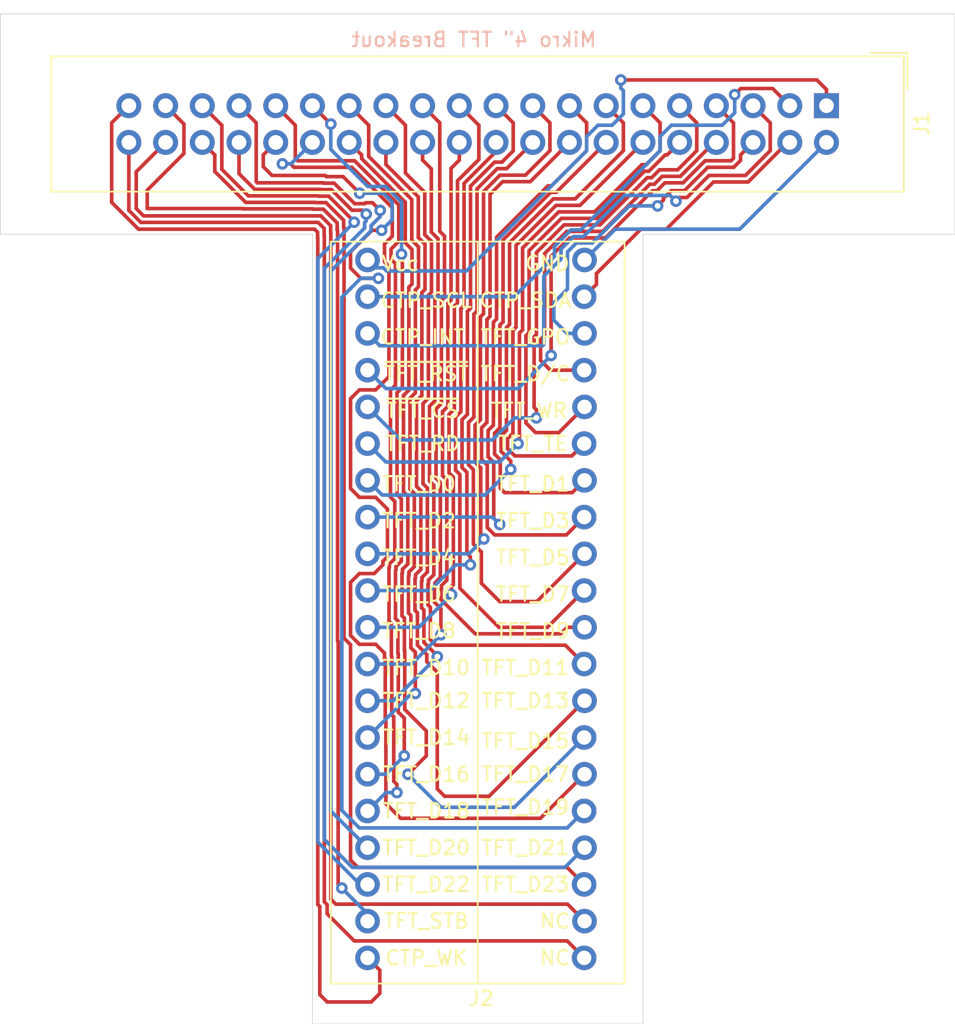
<source format=kicad_pcb>
(kicad_pcb (version 20171130) (host pcbnew "(5.1.5)-3")

  (general
    (thickness 1.6)
    (drawings 11)
    (tracks 720)
    (zones 0)
    (modules 2)
    (nets 41)
  )

  (page A4)
  (layers
    (0 F.Cu signal)
    (31 B.Cu signal)
    (32 B.Adhes user)
    (33 F.Adhes user)
    (34 B.Paste user)
    (35 F.Paste user)
    (36 B.SilkS user)
    (37 F.SilkS user)
    (38 B.Mask user)
    (39 F.Mask user)
    (40 Dwgs.User user)
    (41 Cmts.User user)
    (42 Eco1.User user)
    (43 Eco2.User user)
    (44 Edge.Cuts user)
    (45 Margin user)
    (46 B.CrtYd user)
    (47 F.CrtYd user)
    (48 B.Fab user)
    (49 F.Fab user)
  )

  (setup
    (last_trace_width 0.25)
    (trace_clearance 0.2)
    (zone_clearance 0.508)
    (zone_45_only no)
    (trace_min 0.2)
    (via_size 0.8)
    (via_drill 0.4)
    (via_min_size 0.4)
    (via_min_drill 0.3)
    (uvia_size 0.3)
    (uvia_drill 0.1)
    (uvias_allowed no)
    (uvia_min_size 0.2)
    (uvia_min_drill 0.1)
    (edge_width 0.05)
    (segment_width 0.2)
    (pcb_text_width 0.3)
    (pcb_text_size 1.5 1.5)
    (mod_edge_width 0.12)
    (mod_text_size 1 1)
    (mod_text_width 0.15)
    (pad_size 1.524 1.524)
    (pad_drill 0.762)
    (pad_to_mask_clearance 0.051)
    (solder_mask_min_width 0.25)
    (aux_axis_origin 0 0)
    (visible_elements 7FFFFFFF)
    (pcbplotparams
      (layerselection 0x010f0_ffffffff)
      (usegerberextensions true)
      (usegerberattributes false)
      (usegerberadvancedattributes false)
      (creategerberjobfile false)
      (excludeedgelayer true)
      (linewidth 0.100000)
      (plotframeref false)
      (viasonmask false)
      (mode 1)
      (useauxorigin false)
      (hpglpennumber 1)
      (hpglpenspeed 20)
      (hpglpendiameter 15.000000)
      (psnegative false)
      (psa4output false)
      (plotreference true)
      (plotvalue false)
      (plotinvisibletext false)
      (padsonsilk true)
      (subtractmaskfromsilk false)
      (outputformat 1)
      (mirror false)
      (drillshape 0)
      (scaleselection 1)
      (outputdirectory "gerbers/"))
  )

  (net 0 "")
  (net 1 /CPT_WK)
  (net 2 /TFT_STB)
  (net 3 /TFT_D23)
  (net 4 /TFT_D22)
  (net 5 /TFT_D21)
  (net 6 /TFT_D20)
  (net 7 /TFT_D19)
  (net 8 /TFT_D18)
  (net 9 /TFT_D17)
  (net 10 /TFT_D16)
  (net 11 /TFT_D15)
  (net 12 /TFT_D14)
  (net 13 /TFT_D13)
  (net 14 /TFT_D12)
  (net 15 /TFT_D11)
  (net 16 /TFT_D10)
  (net 17 /TFT_D9)
  (net 18 /TFT_D8)
  (net 19 /TFT_D7)
  (net 20 /TFT_D6)
  (net 21 /TFT_D5)
  (net 22 /TFT_D4)
  (net 23 /TFT_D3)
  (net 24 /TFT_D2)
  (net 25 /TFT_D1)
  (net 26 /TFT_D0)
  (net 27 /TFT_TE)
  (net 28 /~TFT_RD)
  (net 29 /~TFT_WR)
  (net 30 /~TFT_CS)
  (net 31 /TFT_DC)
  (net 32 /~TFT_RST)
  (net 33 /TFT_GPO)
  (net 34 /CPT_INT)
  (net 35 /CPT_SDA)
  (net 36 /CPT_SCL)
  (net 37 /GND)
  (net 38 /Vcc)
  (net 39 /NC1)
  (net 40 /NC2)

  (net_class Default "This is the default net class."
    (clearance 0.2)
    (trace_width 0.25)
    (via_dia 0.8)
    (via_drill 0.4)
    (uvia_dia 0.3)
    (uvia_drill 0.1)
    (add_net /CPT_INT)
    (add_net /CPT_SCL)
    (add_net /CPT_SDA)
    (add_net /CPT_WK)
    (add_net /GND)
    (add_net /NC1)
    (add_net /NC2)
    (add_net /TFT_D0)
    (add_net /TFT_D1)
    (add_net /TFT_D10)
    (add_net /TFT_D11)
    (add_net /TFT_D12)
    (add_net /TFT_D13)
    (add_net /TFT_D14)
    (add_net /TFT_D15)
    (add_net /TFT_D16)
    (add_net /TFT_D17)
    (add_net /TFT_D18)
    (add_net /TFT_D19)
    (add_net /TFT_D2)
    (add_net /TFT_D20)
    (add_net /TFT_D21)
    (add_net /TFT_D22)
    (add_net /TFT_D23)
    (add_net /TFT_D3)
    (add_net /TFT_D4)
    (add_net /TFT_D5)
    (add_net /TFT_D6)
    (add_net /TFT_D7)
    (add_net /TFT_D8)
    (add_net /TFT_D9)
    (add_net /TFT_DC)
    (add_net /TFT_GPO)
    (add_net /TFT_STB)
    (add_net /TFT_TE)
    (add_net /Vcc)
    (add_net /~TFT_CS)
    (add_net /~TFT_RD)
    (add_net /~TFT_RST)
    (add_net /~TFT_WR)
  )

  (module breakout_board_2x20:idc_breakout (layer F.Cu) (tedit 5ECBCDA2) (tstamp 5ECC6016)
    (at 154.94 54.61)
    (path /5ECBC0A7)
    (fp_text reference J2 (at 0.254 43.942) (layer F.SilkS)
      (effects (font (size 1 1) (thickness 0.15)))
    )
    (fp_text value Conn_02x20_Odd_Even_LCD_INTF (at 0 -10.16) (layer F.Fab)
      (effects (font (size 1 1) (thickness 0.15)))
    )
    (fp_text user NC (at 5.334 41.148) (layer F.SilkS)
      (effects (font (size 1 1) (thickness 0.15)))
    )
    (fp_text user NC (at 5.334 38.608) (layer F.SilkS)
      (effects (font (size 1 1) (thickness 0.15)))
    )
    (fp_text user CTP_WK (at -3.556 41.148) (layer F.SilkS)
      (effects (font (size 1 1) (thickness 0.15)))
    )
    (fp_text user TFT_STB (at -3.556 38.608) (layer F.SilkS)
      (effects (font (size 1 1) (thickness 0.15)))
    )
    (fp_text user TFT_D23 (at 3.302 36.068) (layer F.SilkS)
      (effects (font (size 1 1) (thickness 0.15)))
    )
    (fp_text user TFT_D21 (at 3.302 33.528) (layer F.SilkS)
      (effects (font (size 1 1) (thickness 0.15)))
    )
    (fp_text user TFT_D19 (at 3.302 30.734) (layer F.SilkS)
      (effects (font (size 1 1) (thickness 0.15)))
    )
    (fp_text user TFT_D17 (at 3.302 28.448) (layer F.SilkS)
      (effects (font (size 1 1) (thickness 0.15)))
    )
    (fp_text user TFT_D15 (at 3.302 26.162) (layer F.SilkS)
      (effects (font (size 1 1) (thickness 0.15)))
    )
    (fp_text user TFT_D13 (at 3.302 23.368) (layer F.SilkS)
      (effects (font (size 1 1) (thickness 0.15)))
    )
    (fp_text user TFT_D22 (at -3.556 36.068) (layer F.SilkS)
      (effects (font (size 1 1) (thickness 0.15)))
    )
    (fp_text user TFT_D20 (at -3.556 33.528) (layer F.SilkS)
      (effects (font (size 1 1) (thickness 0.15)))
    )
    (fp_text user TFT_D18 (at -3.556 30.988) (layer F.SilkS)
      (effects (font (size 1 1) (thickness 0.15)))
    )
    (fp_text user TFT_D16 (at -3.556 28.448) (layer F.SilkS)
      (effects (font (size 1 1) (thickness 0.15)))
    )
    (fp_text user TFT_D14 (at -3.556 25.908) (layer F.SilkS)
      (effects (font (size 1 1) (thickness 0.15)))
    )
    (fp_text user TFT_D12 (at -3.556 23.368) (layer F.SilkS)
      (effects (font (size 1 1) (thickness 0.15)))
    )
    (fp_text user TFT_D11 (at 3.302 21.082) (layer F.SilkS)
      (effects (font (size 1 1) (thickness 0.15)))
    )
    (fp_text user TFT_D10 (at -3.556 21.082) (layer F.SilkS)
      (effects (font (size 1 1) (thickness 0.15)))
    )
    (fp_text user TFT_D9 (at 3.81 18.542) (layer F.SilkS)
      (effects (font (size 1 1) (thickness 0.15)))
    )
    (fp_text user TFT_D8 (at -4.064 18.542) (layer F.SilkS)
      (effects (font (size 1 1) (thickness 0.15)))
    )
    (fp_text user TFT_D7 (at 3.81 16.002) (layer F.SilkS)
      (effects (font (size 1 1) (thickness 0.15)))
    )
    (fp_text user TFT_D6 (at -4.064 16.002) (layer F.SilkS)
      (effects (font (size 1 1) (thickness 0.15)))
    )
    (fp_text user TFT_D5 (at 3.81 13.462) (layer F.SilkS)
      (effects (font (size 1 1) (thickness 0.15)))
    )
    (fp_text user TFT_D4 (at -4.064 13.462) (layer F.SilkS)
      (effects (font (size 1 1) (thickness 0.15)))
    )
    (fp_text user TFT_D3 (at 3.81 10.922) (layer F.SilkS)
      (effects (font (size 1 1) (thickness 0.15)))
    )
    (fp_text user TFT_D2 (at -4.064 10.922) (layer F.SilkS)
      (effects (font (size 1 1) (thickness 0.15)))
    )
    (fp_text user TFT_D1 (at 3.81 8.382) (layer F.SilkS)
      (effects (font (size 1 1) (thickness 0.15)))
    )
    (fp_text user TFT_D0 (at -4.064 8.382) (layer F.SilkS)
      (effects (font (size 1 1) (thickness 0.15)))
    )
    (fp_text user TFT_TE (at 3.81 5.588) (layer F.SilkS)
      (effects (font (size 1 1) (thickness 0.15)))
    )
    (fp_text user TFT_RD (at -3.81 5.588) (layer F.SilkS)
      (effects (font (size 1 1) (thickness 0.15)))
    )
    (fp_text user TFT_WR (at 3.556 3.302) (layer F.SilkS)
      (effects (font (size 1 1) (thickness 0.15)))
    )
    (fp_text user ~TFT_CS (at -3.81 3.302) (layer F.SilkS)
      (effects (font (size 1 1) (thickness 0.15)))
    )
    (fp_text user ~TFT_RST (at -3.556 0.762) (layer F.SilkS)
      (effects (font (size 1 1) (thickness 0.15)))
    )
    (fp_text user TFT_D/C (at 3.302 0.762) (layer F.SilkS)
      (effects (font (size 1 1) (thickness 0.15)))
    )
    (fp_text user TFT_GPO (at 3.302 -1.778) (layer F.SilkS)
      (effects (font (size 1 1) (thickness 0.15)))
    )
    (fp_text user CTP_INT (at -3.81 -1.778) (layer F.SilkS)
      (effects (font (size 1 1) (thickness 0.15)))
    )
    (fp_text user CTP_SDA (at 3.302 -4.318) (layer F.SilkS)
      (effects (font (size 1 1) (thickness 0.15)))
    )
    (fp_text user CTP_SCL (at -3.556 -4.318) (layer F.SilkS)
      (effects (font (size 1 1) (thickness 0.15)))
    )
    (fp_text user GND (at 4.826 -6.858) (layer F.SilkS)
      (effects (font (size 1 1) (thickness 0.15)))
    )
    (fp_text user Vcc (at -5.334 -6.858) (layer F.SilkS)
      (effects (font (size 1 1) (thickness 0.15)))
    )
    (fp_line (start 0 -8.382) (end 0 42.926) (layer F.SilkS) (width 0.12))
    (fp_line (start -10.16 42.926) (end 10.16 42.926) (layer F.SilkS) (width 0.12))
    (fp_line (start -10.16 -8.382) (end -10.16 42.926) (layer F.SilkS) (width 0.12))
    (fp_line (start 10.16 -8.382) (end 10.16 42.926) (layer F.SilkS) (width 0.12))
    (fp_line (start -10.16 -8.382) (end 10.16 -8.382) (layer F.SilkS) (width 0.12))
    (pad 1 thru_hole oval (at -7.62 -7.112) (size 1.7 1.7) (drill 1) (layers *.Cu *.Mask)
      (net 38 /Vcc))
    (pad 2 thru_hole oval (at 7.3914 -7.112) (size 1.7 1.7) (drill 1) (layers *.Cu *.Mask)
      (net 37 /GND))
    (pad 3 thru_hole oval (at -7.62 -4.572) (size 1.7 1.7) (drill 1) (layers *.Cu *.Mask)
      (net 36 /CPT_SCL))
    (pad 4 thru_hole oval (at 7.366 -4.572) (size 1.7 1.7) (drill 1) (layers *.Cu *.Mask)
      (net 35 /CPT_SDA))
    (pad 6 thru_hole oval (at 7.3914 -2.032) (size 1.7 1.7) (drill 1) (layers *.Cu *.Mask)
      (net 33 /TFT_GPO))
    (pad 8 thru_hole oval (at 7.366 0.508) (size 1.7 1.7) (drill 1) (layers *.Cu *.Mask)
      (net 31 /TFT_DC))
    (pad 5 thru_hole oval (at -7.62 -2.032) (size 1.7 1.7) (drill 1) (layers *.Cu *.Mask)
      (net 34 /CPT_INT))
    (pad 7 thru_hole oval (at -7.62 0.508) (size 1.7 1.7) (drill 1) (layers *.Cu *.Mask)
      (net 32 /~TFT_RST))
    (pad 13 thru_hole oval (at -7.62 8.128) (size 1.7 1.7) (drill 1) (layers *.Cu *.Mask)
      (net 26 /TFT_D0))
    (pad 16 thru_hole oval (at 7.366 10.668) (size 1.7 1.7) (drill 1) (layers *.Cu *.Mask)
      (net 23 /TFT_D3))
    (pad 10 thru_hole oval (at 7.3914 3.048) (size 1.7 1.7) (drill 1) (layers *.Cu *.Mask)
      (net 29 /~TFT_WR))
    (pad 12 thru_hole oval (at 7.366 5.588) (size 1.7 1.7) (drill 1) (layers *.Cu *.Mask)
      (net 27 /TFT_TE))
    (pad 9 thru_hole oval (at -7.62 3.048) (size 1.7 1.7) (drill 1) (layers *.Cu *.Mask)
      (net 30 /~TFT_CS))
    (pad 14 thru_hole oval (at 7.3914 8.128) (size 1.7 1.7) (drill 1) (layers *.Cu *.Mask)
      (net 25 /TFT_D1))
    (pad 15 thru_hole oval (at -7.62 10.668) (size 1.7 1.7) (drill 1) (layers *.Cu *.Mask)
      (net 24 /TFT_D2))
    (pad 11 thru_hole oval (at -7.62 5.588) (size 1.7 1.7) (drill 1) (layers *.Cu *.Mask)
      (net 28 /~TFT_RD))
    (pad 17 thru_hole oval (at -7.62 13.208) (size 1.7 1.7) (drill 1) (layers *.Cu *.Mask)
      (net 22 /TFT_D4))
    (pad 20 thru_hole oval (at 7.366 15.748) (size 1.7 1.7) (drill 1) (layers *.Cu *.Mask)
      (net 19 /TFT_D7))
    (pad 19 thru_hole oval (at -7.62 15.748) (size 1.7 1.7) (drill 1) (layers *.Cu *.Mask)
      (net 20 /TFT_D6))
    (pad 18 thru_hole oval (at 7.3914 13.208) (size 1.7 1.7) (drill 1) (layers *.Cu *.Mask)
      (net 21 /TFT_D5))
    (pad 29 thru_hole oval (at -7.62 28.448) (size 1.7 1.7) (drill 1) (layers *.Cu *.Mask)
      (net 10 /TFT_D16))
    (pad 24 thru_hole oval (at 7.366 20.828) (size 1.7 1.7) (drill 1) (layers *.Cu *.Mask)
      (net 15 /TFT_D11))
    (pad 28 thru_hole oval (at 7.366 25.908) (size 1.7 1.7) (drill 1) (layers *.Cu *.Mask)
      (net 11 /TFT_D15))
    (pad 21 thru_hole oval (at -7.62 18.288) (size 1.7 1.7) (drill 1) (layers *.Cu *.Mask)
      (net 18 /TFT_D8))
    (pad 25 thru_hole oval (at -7.62 23.368) (size 1.7 1.7) (drill 1) (layers *.Cu *.Mask)
      (net 14 /TFT_D12))
    (pad 27 thru_hole oval (at -7.62 25.908) (size 1.7 1.7) (drill 1) (layers *.Cu *.Mask)
      (net 12 /TFT_D14))
    (pad 22 thru_hole oval (at 7.3914 18.288) (size 1.7 1.7) (drill 1) (layers *.Cu *.Mask)
      (net 17 /TFT_D9))
    (pad 23 thru_hole oval (at -7.62 20.828) (size 1.7 1.7) (drill 1) (layers *.Cu *.Mask)
      (net 16 /TFT_D10))
    (pad 33 thru_hole oval (at -7.62 33.528) (size 1.7 1.7) (drill 1) (layers *.Cu *.Mask)
      (net 6 /TFT_D20))
    (pad 30 thru_hole oval (at 7.3914 28.448) (size 1.7 1.7) (drill 1) (layers *.Cu *.Mask)
      (net 9 /TFT_D17))
    (pad 32 thru_hole oval (at 7.366 30.988) (size 1.7 1.7) (drill 1) (layers *.Cu *.Mask)
      (net 7 /TFT_D19))
    (pad 36 thru_hole oval (at 7.366 36.068) (size 1.7 1.7) (drill 1) (layers *.Cu *.Mask)
      (net 3 /TFT_D23))
    (pad 26 thru_hole oval (at 7.3914 23.368) (size 1.7 1.7) (drill 1) (layers *.Cu *.Mask)
      (net 13 /TFT_D13))
    (pad 31 thru_hole oval (at -7.62 30.988) (size 1.7 1.7) (drill 1) (layers *.Cu *.Mask)
      (net 8 /TFT_D18))
    (pad 34 thru_hole oval (at 7.3914 33.528) (size 1.7 1.7) (drill 1) (layers *.Cu *.Mask)
      (net 5 /TFT_D21))
    (pad 35 thru_hole oval (at -7.62 36.068) (size 1.7 1.7) (drill 1) (layers *.Cu *.Mask)
      (net 4 /TFT_D22))
    (pad 40 thru_hole oval (at 7.366 41.148) (size 1.7 1.7) (drill 1) (layers *.Cu *.Mask)
      (net 39 /NC1))
    (pad 37 thru_hole oval (at -7.62 38.608) (size 1.7 1.7) (drill 1) (layers *.Cu *.Mask)
      (net 2 /TFT_STB))
    (pad 39 thru_hole oval (at -7.62 41.148) (size 1.7 1.7) (drill 1) (layers *.Cu *.Mask)
      (net 1 /CPT_WK))
    (pad 38 thru_hole oval (at 7.3914 38.608) (size 1.7 1.7) (drill 1) (layers *.Cu *.Mask)
      (net 40 /NC2))
  )

  (module Connector_IDC:IDC-Header_2x20_P2.54mm_Vertical (layer F.Cu) (tedit 59DE12BE) (tstamp 5ECC5FBD)
    (at 179.07 36.83 270)
    (descr "Through hole straight IDC box header, 2x20, 2.54mm pitch, double rows")
    (tags "Through hole IDC box header THT 2x20 2.54mm double row")
    (path /5ECC32EF)
    (fp_text reference J1 (at 1.27 -6.604 90) (layer F.SilkS)
      (effects (font (size 1 1) (thickness 0.15)))
    )
    (fp_text value Conn_02x20_Odd_Even (at 1.27 54.864 90) (layer F.Fab)
      (effects (font (size 1 1) (thickness 0.15)))
    )
    (fp_line (start -3.655 -5.6) (end -1.115 -5.6) (layer F.SilkS) (width 0.12))
    (fp_line (start -3.655 -5.6) (end -3.655 -3.06) (layer F.SilkS) (width 0.12))
    (fp_line (start -3.405 -5.35) (end 5.945 -5.35) (layer F.SilkS) (width 0.12))
    (fp_line (start -3.405 53.61) (end -3.405 -5.35) (layer F.SilkS) (width 0.12))
    (fp_line (start 5.945 53.61) (end -3.405 53.61) (layer F.SilkS) (width 0.12))
    (fp_line (start 5.945 -5.35) (end 5.945 53.61) (layer F.SilkS) (width 0.12))
    (fp_line (start -3.41 -5.35) (end 5.95 -5.35) (layer F.CrtYd) (width 0.05))
    (fp_line (start -3.41 53.61) (end -3.41 -5.35) (layer F.CrtYd) (width 0.05))
    (fp_line (start 5.95 53.61) (end -3.41 53.61) (layer F.CrtYd) (width 0.05))
    (fp_line (start 5.95 -5.35) (end 5.95 53.61) (layer F.CrtYd) (width 0.05))
    (fp_line (start -3.155 53.36) (end -2.605 52.8) (layer F.Fab) (width 0.1))
    (fp_line (start -3.155 -5.1) (end -2.605 -4.56) (layer F.Fab) (width 0.1))
    (fp_line (start 5.695 53.36) (end 5.145 52.8) (layer F.Fab) (width 0.1))
    (fp_line (start 5.695 -5.1) (end 5.145 -4.56) (layer F.Fab) (width 0.1))
    (fp_line (start 5.145 52.8) (end -2.605 52.8) (layer F.Fab) (width 0.1))
    (fp_line (start 5.695 53.36) (end -3.155 53.36) (layer F.Fab) (width 0.1))
    (fp_line (start 5.145 -4.56) (end -2.605 -4.56) (layer F.Fab) (width 0.1))
    (fp_line (start 5.695 -5.1) (end -3.155 -5.1) (layer F.Fab) (width 0.1))
    (fp_line (start -2.605 26.38) (end -3.155 26.38) (layer F.Fab) (width 0.1))
    (fp_line (start -2.605 21.88) (end -3.155 21.88) (layer F.Fab) (width 0.1))
    (fp_line (start -2.605 26.38) (end -2.605 52.8) (layer F.Fab) (width 0.1))
    (fp_line (start -2.605 -4.56) (end -2.605 21.88) (layer F.Fab) (width 0.1))
    (fp_line (start -3.155 -5.1) (end -3.155 53.36) (layer F.Fab) (width 0.1))
    (fp_line (start 5.145 -4.56) (end 5.145 52.8) (layer F.Fab) (width 0.1))
    (fp_line (start 5.695 -5.1) (end 5.695 53.36) (layer F.Fab) (width 0.1))
    (fp_text user %R (at 1.27 24.13 90) (layer F.Fab)
      (effects (font (size 1 1) (thickness 0.15)))
    )
    (pad 40 thru_hole oval (at 2.54 48.26 270) (size 1.7272 1.7272) (drill 1.016) (layers *.Cu *.Mask)
      (net 39 /NC1))
    (pad 39 thru_hole oval (at 0 48.26 270) (size 1.7272 1.7272) (drill 1.016) (layers *.Cu *.Mask)
      (net 1 /CPT_WK))
    (pad 38 thru_hole oval (at 2.54 45.72 270) (size 1.7272 1.7272) (drill 1.016) (layers *.Cu *.Mask)
      (net 40 /NC2))
    (pad 37 thru_hole oval (at 0 45.72 270) (size 1.7272 1.7272) (drill 1.016) (layers *.Cu *.Mask)
      (net 2 /TFT_STB))
    (pad 36 thru_hole oval (at 2.54 43.18 270) (size 1.7272 1.7272) (drill 1.016) (layers *.Cu *.Mask)
      (net 3 /TFT_D23))
    (pad 35 thru_hole oval (at 0 43.18 270) (size 1.7272 1.7272) (drill 1.016) (layers *.Cu *.Mask)
      (net 4 /TFT_D22))
    (pad 34 thru_hole oval (at 2.54 40.64 270) (size 1.7272 1.7272) (drill 1.016) (layers *.Cu *.Mask)
      (net 5 /TFT_D21))
    (pad 33 thru_hole oval (at 0 40.64 270) (size 1.7272 1.7272) (drill 1.016) (layers *.Cu *.Mask)
      (net 6 /TFT_D20))
    (pad 32 thru_hole oval (at 2.54 38.1 270) (size 1.7272 1.7272) (drill 1.016) (layers *.Cu *.Mask)
      (net 7 /TFT_D19))
    (pad 31 thru_hole oval (at 0 38.1 270) (size 1.7272 1.7272) (drill 1.016) (layers *.Cu *.Mask)
      (net 8 /TFT_D18))
    (pad 30 thru_hole oval (at 2.54 35.56 270) (size 1.7272 1.7272) (drill 1.016) (layers *.Cu *.Mask)
      (net 9 /TFT_D17))
    (pad 29 thru_hole oval (at 0 35.56 270) (size 1.7272 1.7272) (drill 1.016) (layers *.Cu *.Mask)
      (net 10 /TFT_D16))
    (pad 28 thru_hole oval (at 2.54 33.02 270) (size 1.7272 1.7272) (drill 1.016) (layers *.Cu *.Mask)
      (net 11 /TFT_D15))
    (pad 27 thru_hole oval (at 0 33.02 270) (size 1.7272 1.7272) (drill 1.016) (layers *.Cu *.Mask)
      (net 12 /TFT_D14))
    (pad 26 thru_hole oval (at 2.54 30.48 270) (size 1.7272 1.7272) (drill 1.016) (layers *.Cu *.Mask)
      (net 13 /TFT_D13))
    (pad 25 thru_hole oval (at 0 30.48 270) (size 1.7272 1.7272) (drill 1.016) (layers *.Cu *.Mask)
      (net 14 /TFT_D12))
    (pad 24 thru_hole oval (at 2.54 27.94 270) (size 1.7272 1.7272) (drill 1.016) (layers *.Cu *.Mask)
      (net 15 /TFT_D11))
    (pad 23 thru_hole oval (at 0 27.94 270) (size 1.7272 1.7272) (drill 1.016) (layers *.Cu *.Mask)
      (net 16 /TFT_D10))
    (pad 22 thru_hole oval (at 2.54 25.4 270) (size 1.7272 1.7272) (drill 1.016) (layers *.Cu *.Mask)
      (net 17 /TFT_D9))
    (pad 21 thru_hole oval (at 0 25.4 270) (size 1.7272 1.7272) (drill 1.016) (layers *.Cu *.Mask)
      (net 18 /TFT_D8))
    (pad 20 thru_hole oval (at 2.54 22.86 270) (size 1.7272 1.7272) (drill 1.016) (layers *.Cu *.Mask)
      (net 19 /TFT_D7))
    (pad 19 thru_hole oval (at 0 22.86 270) (size 1.7272 1.7272) (drill 1.016) (layers *.Cu *.Mask)
      (net 20 /TFT_D6))
    (pad 18 thru_hole oval (at 2.54 20.32 270) (size 1.7272 1.7272) (drill 1.016) (layers *.Cu *.Mask)
      (net 21 /TFT_D5))
    (pad 17 thru_hole oval (at 0 20.32 270) (size 1.7272 1.7272) (drill 1.016) (layers *.Cu *.Mask)
      (net 22 /TFT_D4))
    (pad 16 thru_hole oval (at 2.54 17.78 270) (size 1.7272 1.7272) (drill 1.016) (layers *.Cu *.Mask)
      (net 23 /TFT_D3))
    (pad 15 thru_hole oval (at 0 17.78 270) (size 1.7272 1.7272) (drill 1.016) (layers *.Cu *.Mask)
      (net 24 /TFT_D2))
    (pad 14 thru_hole oval (at 2.54 15.24 270) (size 1.7272 1.7272) (drill 1.016) (layers *.Cu *.Mask)
      (net 25 /TFT_D1))
    (pad 13 thru_hole oval (at 0 15.24 270) (size 1.7272 1.7272) (drill 1.016) (layers *.Cu *.Mask)
      (net 26 /TFT_D0))
    (pad 12 thru_hole oval (at 2.54 12.7 270) (size 1.7272 1.7272) (drill 1.016) (layers *.Cu *.Mask)
      (net 27 /TFT_TE))
    (pad 11 thru_hole oval (at 0 12.7 270) (size 1.7272 1.7272) (drill 1.016) (layers *.Cu *.Mask)
      (net 28 /~TFT_RD))
    (pad 10 thru_hole oval (at 2.54 10.16 270) (size 1.7272 1.7272) (drill 1.016) (layers *.Cu *.Mask)
      (net 29 /~TFT_WR))
    (pad 9 thru_hole oval (at 0 10.16 270) (size 1.7272 1.7272) (drill 1.016) (layers *.Cu *.Mask)
      (net 30 /~TFT_CS))
    (pad 8 thru_hole oval (at 2.54 7.62 270) (size 1.7272 1.7272) (drill 1.016) (layers *.Cu *.Mask)
      (net 31 /TFT_DC))
    (pad 7 thru_hole oval (at 0 7.62 270) (size 1.7272 1.7272) (drill 1.016) (layers *.Cu *.Mask)
      (net 32 /~TFT_RST))
    (pad 6 thru_hole oval (at 2.54 5.08 270) (size 1.7272 1.7272) (drill 1.016) (layers *.Cu *.Mask)
      (net 33 /TFT_GPO))
    (pad 5 thru_hole oval (at 0 5.08 270) (size 1.7272 1.7272) (drill 1.016) (layers *.Cu *.Mask)
      (net 34 /CPT_INT))
    (pad 4 thru_hole oval (at 2.54 2.54 270) (size 1.7272 1.7272) (drill 1.016) (layers *.Cu *.Mask)
      (net 35 /CPT_SDA))
    (pad 3 thru_hole oval (at 0 2.54 270) (size 1.7272 1.7272) (drill 1.016) (layers *.Cu *.Mask)
      (net 36 /CPT_SCL))
    (pad 2 thru_hole oval (at 2.54 0 270) (size 1.7272 1.7272) (drill 1.016) (layers *.Cu *.Mask)
      (net 37 /GND))
    (pad 1 thru_hole rect (at 0 0 270) (size 1.7272 1.7272) (drill 1.016) (layers *.Cu *.Mask)
      (net 38 /Vcc))
    (model ${KISYS3DMOD}/Connector_IDC.3dshapes/IDC-Header_2x20_P2.54mm_Vertical.wrl
      (at (xyz 0 0 0))
      (scale (xyz 1 1 1))
      (rotate (xyz 0 0 0))
    )
  )

  (gr_text "Mikro 4\" TFT Breakout" (at 154.686 32.258) (layer B.SilkS)
    (effects (font (size 1 1) (thickness 0.15)) (justify mirror))
  )
  (gr_line (start 143.51 100.33) (end 143.51 96.52) (layer Edge.Cuts) (width 0.05) (tstamp 5ECC62C3))
  (gr_line (start 166.37 100.33) (end 143.51 100.33) (layer Edge.Cuts) (width 0.05))
  (gr_line (start 166.37 96.52) (end 166.37 100.33) (layer Edge.Cuts) (width 0.05))
  (gr_line (start 187.96 30.48) (end 121.92 30.48) (layer Edge.Cuts) (width 0.05) (tstamp 5ECC5C4C))
  (gr_line (start 187.96 45.72) (end 187.96 30.48) (layer Edge.Cuts) (width 0.05))
  (gr_line (start 166.37 45.72) (end 187.96 45.72) (layer Edge.Cuts) (width 0.05))
  (gr_line (start 166.37 96.52) (end 166.37 45.72) (layer Edge.Cuts) (width 0.05))
  (gr_line (start 143.51 45.72) (end 143.51 96.52) (layer Edge.Cuts) (width 0.05))
  (gr_line (start 121.92 45.72) (end 143.51 45.72) (layer Edge.Cuts) (width 0.05))
  (gr_line (start 121.92 30.48) (end 121.92 45.72) (layer Edge.Cuts) (width 0.05))

  (segment (start 143.654978 45.36999) (end 143.869999 45.585011) (width 0.25) (layer F.Cu) (net 1))
  (segment (start 148.169999 98.210001) (end 148.169999 96.607999) (width 0.25) (layer F.Cu) (net 1))
  (segment (start 131.473168 45.36999) (end 143.654978 45.36999) (width 0.25) (layer F.Cu) (net 1))
  (segment (start 129.621399 43.518221) (end 131.473168 45.36999) (width 0.25) (layer F.Cu) (net 1))
  (segment (start 144.526 98.806) (end 147.574 98.806) (width 0.25) (layer F.Cu) (net 1))
  (segment (start 144.018 92.204822) (end 144.018 98.298) (width 0.25) (layer F.Cu) (net 1))
  (segment (start 143.869999 45.585011) (end 143.869999 45.979831) (width 0.25) (layer F.Cu) (net 1))
  (segment (start 143.869999 45.979831) (end 143.879978 45.98981) (width 0.25) (layer F.Cu) (net 1))
  (segment (start 143.879978 45.98981) (end 143.879978 92.0668) (width 0.25) (layer F.Cu) (net 1))
  (segment (start 147.574 98.806) (end 148.169999 98.210001) (width 0.25) (layer F.Cu) (net 1))
  (segment (start 144.018 98.298) (end 144.526 98.806) (width 0.25) (layer F.Cu) (net 1))
  (segment (start 130.81 36.83) (end 129.621399 38.018601) (width 0.25) (layer F.Cu) (net 1))
  (segment (start 143.879978 92.0668) (end 144.018 92.204822) (width 0.25) (layer F.Cu) (net 1))
  (segment (start 129.621399 38.018601) (end 129.621399 43.518221) (width 0.25) (layer F.Cu) (net 1))
  (segment (start 148.169999 96.607999) (end 147.32 95.758) (width 0.25) (layer F.Cu) (net 1))
  (via (at 145.542 90.932) (size 0.8) (drill 0.4) (layers F.Cu B.Cu) (net 2))
  (segment (start 147.32 92.71) (end 147.32 93.218) (width 0.25) (layer B.Cu) (net 2))
  (segment (start 145.542 90.932) (end 147.32 92.71) (width 0.25) (layer B.Cu) (net 2))
  (segment (start 138.678357 43.942) (end 138.700401 43.964044) (width 0.25) (layer F.Cu) (net 2))
  (segment (start 143.520757 43.964044) (end 143.542799 43.986086) (width 0.25) (layer F.Cu) (net 2))
  (segment (start 138.700401 43.964044) (end 143.520757 43.964044) (width 0.25) (layer F.Cu) (net 2))
  (segment (start 145.220032 45.420631) (end 145.244977 45.445576) (width 0.25) (layer F.Cu) (net 2))
  (segment (start 145.288 73.877824) (end 145.288 90.678) (width 0.25) (layer F.Cu) (net 2))
  (segment (start 145.288 90.678) (end 145.542 90.932) (width 0.25) (layer F.Cu) (net 2))
  (segment (start 145.220032 44.94313) (end 145.220032 45.420631) (width 0.25) (layer F.Cu) (net 2))
  (segment (start 143.542799 43.986086) (end 144.262988 43.986086) (width 0.25) (layer F.Cu) (net 2))
  (segment (start 145.244977 73.834801) (end 145.288 73.877824) (width 0.25) (layer F.Cu) (net 2))
  (segment (start 132.08 43.942) (end 138.678357 43.942) (width 0.25) (layer F.Cu) (net 2))
  (segment (start 145.244977 45.445576) (end 145.244977 73.834801) (width 0.25) (layer F.Cu) (net 2))
  (segment (start 132.08 42.672) (end 132.08 43.942) (width 0.25) (layer F.Cu) (net 2))
  (segment (start 134.62 40.132) (end 132.08 42.672) (width 0.25) (layer F.Cu) (net 2))
  (segment (start 144.262988 43.986086) (end 145.220032 44.94313) (width 0.25) (layer F.Cu) (net 2))
  (segment (start 134.62 38.1) (end 134.62 40.132) (width 0.25) (layer F.Cu) (net 2))
  (segment (start 133.35 36.83) (end 134.62 38.1) (width 0.25) (layer F.Cu) (net 2))
  (segment (start 136.753599 40.233599) (end 136.753599 41.380831) (width 0.25) (layer F.Cu) (net 3))
  (segment (start 136.753599 41.380831) (end 138.886801 43.514033) (width 0.25) (layer F.Cu) (net 3))
  (segment (start 143.707157 43.514033) (end 143.729199 43.536075) (width 0.25) (layer F.Cu) (net 3))
  (segment (start 143.729199 43.536075) (end 144.449388 43.536075) (width 0.25) (layer F.Cu) (net 3))
  (segment (start 144.449388 43.536075) (end 145.670043 44.75673) (width 0.25) (layer F.Cu) (net 3))
  (segment (start 145.670043 45.229235) (end 145.694988 45.25418) (width 0.25) (layer F.Cu) (net 3))
  (segment (start 145.670043 44.75673) (end 145.670043 45.229235) (width 0.25) (layer F.Cu) (net 3))
  (segment (start 161.456001 89.828001) (end 162.306 90.678) (width 0.25) (layer F.Cu) (net 3))
  (segment (start 145.694988 73.6484) (end 146.144999 74.098411) (width 0.25) (layer F.Cu) (net 3))
  (segment (start 146.652999 89.502999) (end 161.130999 89.502999) (width 0.25) (layer F.Cu) (net 3))
  (segment (start 146.144999 88.994999) (end 146.652999 89.502999) (width 0.25) (layer F.Cu) (net 3))
  (segment (start 138.886801 43.514033) (end 143.707157 43.514033) (width 0.25) (layer F.Cu) (net 3))
  (segment (start 135.89 39.37) (end 136.753599 40.233599) (width 0.25) (layer F.Cu) (net 3))
  (segment (start 161.130999 89.502999) (end 161.456001 89.828001) (width 0.25) (layer F.Cu) (net 3))
  (segment (start 146.144999 74.098411) (end 146.144999 88.994999) (width 0.25) (layer F.Cu) (net 3))
  (segment (start 145.694988 45.25418) (end 145.694988 73.6484) (width 0.25) (layer F.Cu) (net 3))
  (segment (start 139.073201 43.064022) (end 143.893557 43.064022) (width 0.25) (layer F.Cu) (net 4))
  (segment (start 137.241399 41.23222) (end 139.073201 43.064022) (width 0.25) (layer F.Cu) (net 4))
  (segment (start 137.241399 38.181399) (end 137.241399 41.23222) (width 0.25) (layer F.Cu) (net 4))
  (segment (start 135.89 36.83) (end 137.241399 38.181399) (width 0.25) (layer F.Cu) (net 4))
  (segment (start 145.995046 45.286228) (end 146.395045 44.886229) (width 0.25) (layer B.Cu) (net 4))
  (segment (start 146.395045 44.845321) (end 146.395045 44.886229) (width 0.25) (layer F.Cu) (net 4))
  (segment (start 143.915599 43.086064) (end 144.635788 43.086064) (width 0.25) (layer F.Cu) (net 4))
  (segment (start 147.32 90.678) (end 146.809178 90.678) (width 0.25) (layer B.Cu) (net 4))
  (segment (start 143.893557 43.064022) (end 143.915599 43.086064) (width 0.25) (layer F.Cu) (net 4))
  (segment (start 143.879978 47.401296) (end 145.995046 45.286228) (width 0.25) (layer B.Cu) (net 4))
  (via (at 146.395045 44.886229) (size 0.8) (drill 0.4) (layers F.Cu B.Cu) (net 4))
  (segment (start 143.879978 87.7488) (end 143.879978 47.401296) (width 0.25) (layer B.Cu) (net 4))
  (segment (start 146.809178 90.678) (end 143.879978 87.7488) (width 0.25) (layer B.Cu) (net 4))
  (segment (start 144.635788 43.086064) (end 146.395045 44.845321) (width 0.25) (layer F.Cu) (net 4))
  (via (at 147.228245 44.325694) (size 0.8) (drill 0.4) (layers F.Cu B.Cu) (net 5))
  (segment (start 144.101999 42.636053) (end 144.822188 42.636053) (width 0.25) (layer F.Cu) (net 5))
  (segment (start 146.959503 44.056952) (end 147.228245 44.325694) (width 0.25) (layer F.Cu) (net 5))
  (segment (start 146.243087 44.056952) (end 146.959503 44.056952) (width 0.25) (layer F.Cu) (net 5))
  (segment (start 139.5136 42.614011) (end 144.079957 42.614011) (width 0.25) (layer F.Cu) (net 5))
  (segment (start 138.43 41.530411) (end 139.5136 42.614011) (width 0.25) (layer F.Cu) (net 5))
  (segment (start 144.822188 42.636053) (end 146.243087 44.056952) (width 0.25) (layer F.Cu) (net 5))
  (segment (start 144.079957 42.614011) (end 144.101999 42.636053) (width 0.25) (layer F.Cu) (net 5))
  (segment (start 138.43 39.37) (end 138.43 41.530411) (width 0.25) (layer F.Cu) (net 5))
  (segment (start 147.11956 44.913037) (end 147.228245 44.804352) (width 0.25) (layer B.Cu) (net 5))
  (segment (start 162.3314 88.138) (end 160.966401 89.502999) (width 0.25) (layer B.Cu) (net 5))
  (segment (start 147.228245 44.804352) (end 147.228245 44.325694) (width 0.25) (layer B.Cu) (net 5))
  (segment (start 144.329989 48.082977) (end 147.11956 45.293406) (width 0.25) (layer B.Cu) (net 5))
  (segment (start 146.270588 89.502999) (end 144.329989 87.5624) (width 0.25) (layer B.Cu) (net 5))
  (segment (start 147.11956 45.293406) (end 147.11956 44.913037) (width 0.25) (layer B.Cu) (net 5))
  (segment (start 160.966401 89.502999) (end 146.270588 89.502999) (width 0.25) (layer B.Cu) (net 5))
  (segment (start 144.329989 87.5624) (end 144.329989 48.082977) (width 0.25) (layer B.Cu) (net 5))
  (segment (start 147.189461 43.542971) (end 147.668009 43.542971) (width 0.25) (layer F.Cu) (net 6))
  (segment (start 146.429487 43.606941) (end 147.125491 43.606941) (width 0.25) (layer F.Cu) (net 6))
  (segment (start 139.618601 38.018601) (end 139.618601 42.082601) (width 0.25) (layer F.Cu) (net 6))
  (segment (start 145.008588 42.186042) (end 146.429487 43.606941) (width 0.25) (layer F.Cu) (net 6))
  (segment (start 147.668009 43.542971) (end 147.795009 43.669971) (width 0.25) (layer F.Cu) (net 6))
  (via (at 148.195008 44.06997) (size 0.8) (drill 0.4) (layers F.Cu B.Cu) (net 6))
  (segment (start 144.288399 42.186042) (end 145.008588 42.186042) (width 0.25) (layer F.Cu) (net 6))
  (segment (start 147.125491 43.606941) (end 147.189461 43.542971) (width 0.25) (layer F.Cu) (net 6))
  (segment (start 147.795009 43.669971) (end 148.195008 44.06997) (width 0.25) (layer F.Cu) (net 6))
  (segment (start 138.43 36.83) (end 139.618601 38.018601) (width 0.25) (layer F.Cu) (net 6))
  (segment (start 144.266357 42.164) (end 144.288399 42.186042) (width 0.25) (layer F.Cu) (net 6))
  (segment (start 139.7 42.164) (end 144.266357 42.164) (width 0.25) (layer F.Cu) (net 6))
  (segment (start 139.618601 42.082601) (end 139.7 42.164) (width 0.25) (layer F.Cu) (net 6))
  (segment (start 148.195008 44.50214) (end 148.195008 44.06997) (width 0.25) (layer B.Cu) (net 6))
  (segment (start 144.78 85.598) (end 144.78 48.269377) (width 0.25) (layer B.Cu) (net 6))
  (segment (start 147.32 88.138) (end 144.78 85.598) (width 0.25) (layer B.Cu) (net 6))
  (segment (start 147.569571 45.127577) (end 148.195008 44.50214) (width 0.25) (layer B.Cu) (net 6))
  (segment (start 144.78 48.269377) (end 147.569571 45.479806) (width 0.25) (layer B.Cu) (net 6))
  (segment (start 147.569571 45.479806) (end 147.569571 45.127577) (width 0.25) (layer B.Cu) (net 6))
  (via (at 146.777489 42.881939) (size 0.8) (drill 0.4) (layers F.Cu B.Cu) (net 7))
  (segment (start 140.97 39.37) (end 140.106401 40.233599) (width 0.25) (layer F.Cu) (net 7))
  (segment (start 140.106401 40.233599) (end 140.106401 41.046401) (width 0.25) (layer F.Cu) (net 7))
  (segment (start 146.37749 42.48194) (end 146.777489 42.881939) (width 0.25) (layer F.Cu) (net 7))
  (segment (start 145.631581 41.736031) (end 146.37749 42.48194) (width 0.25) (layer F.Cu) (net 7))
  (segment (start 144.474799 41.736031) (end 145.631581 41.736031) (width 0.25) (layer F.Cu) (net 7))
  (segment (start 144.394768 41.656) (end 144.474799 41.736031) (width 0.25) (layer F.Cu) (net 7))
  (segment (start 140.716 41.656) (end 144.394768 41.656) (width 0.25) (layer F.Cu) (net 7))
  (segment (start 140.106401 41.046401) (end 140.716 41.656) (width 0.25) (layer F.Cu) (net 7))
  (segment (start 146.777489 42.881939) (end 148.417529 42.881939) (width 0.25) (layer B.Cu) (net 7))
  (segment (start 148.417529 42.881939) (end 149.020944 43.485354) (width 0.25) (layer B.Cu) (net 7))
  (segment (start 149.020944 44.721068) (end 148.694572 45.04744) (width 0.25) (layer B.Cu) (net 7))
  (via (at 148.294573 45.447439) (size 0.8) (drill 0.4) (layers F.Cu B.Cu) (net 7))
  (segment (start 149.020944 43.485354) (end 149.020944 44.721068) (width 0.25) (layer B.Cu) (net 7))
  (segment (start 148.694572 45.04744) (end 148.294573 45.447439) (width 0.25) (layer B.Cu) (net 7))
  (via (at 148.071423 48.766742) (size 0.8) (drill 0.4) (layers F.Cu B.Cu) (net 7))
  (segment (start 162.306 85.598) (end 161.130999 86.773001) (width 0.25) (layer B.Cu) (net 7))
  (segment (start 161.130999 86.773001) (end 146.755999 86.773001) (width 0.25) (layer B.Cu) (net 7))
  (segment (start 148.294573 45.447439) (end 147.631559 45.447439) (width 0.25) (layer F.Cu) (net 7))
  (segment (start 146.144999 48.062001) (end 146.84974 48.766742) (width 0.25) (layer F.Cu) (net 7))
  (segment (start 147.631559 45.447439) (end 146.144999 46.933999) (width 0.25) (layer F.Cu) (net 7))
  (segment (start 147.505738 48.766742) (end 148.071423 48.766742) (width 0.25) (layer F.Cu) (net 7))
  (segment (start 146.755999 86.773001) (end 145.542 85.559002) (width 0.25) (layer B.Cu) (net 7))
  (segment (start 146.144999 46.933999) (end 146.144999 48.062001) (width 0.25) (layer F.Cu) (net 7))
  (segment (start 147.505738 48.766742) (end 148.071423 48.766742) (width 0.25) (layer B.Cu) (net 7))
  (segment (start 145.542 50.076998) (end 146.852256 48.766742) (width 0.25) (layer B.Cu) (net 7))
  (segment (start 146.84974 48.766742) (end 147.505738 48.766742) (width 0.25) (layer F.Cu) (net 7))
  (segment (start 146.852256 48.766742) (end 147.505738 48.766742) (width 0.25) (layer B.Cu) (net 7))
  (segment (start 145.542 85.559002) (end 145.542 50.076998) (width 0.25) (layer B.Cu) (net 7))
  (via (at 149.352 84.328) (size 0.8) (drill 0.4) (layers F.Cu B.Cu) (net 8))
  (segment (start 148.59 84.328) (end 147.32 85.598) (width 0.25) (layer B.Cu) (net 8))
  (segment (start 149.352 84.328) (end 148.59 84.328) (width 0.25) (layer B.Cu) (net 8))
  (segment (start 148.945792 47.444692) (end 149.250697 47.749597) (width 0.25) (layer F.Cu) (net 8))
  (segment (start 140.97 36.83) (end 142.321399 38.181399) (width 0.25) (layer F.Cu) (net 8))
  (segment (start 142.321399 38.181399) (end 142.321399 40.467399) (width 0.25) (layer F.Cu) (net 8))
  (segment (start 142.321399 40.467399) (end 142.494 40.64) (width 0.25) (layer F.Cu) (net 8))
  (segment (start 142.494 40.64) (end 146.426768 40.64) (width 0.25) (layer F.Cu) (net 8))
  (segment (start 146.426768 40.64) (end 149.481879 43.695111) (width 0.25) (layer F.Cu) (net 8))
  (segment (start 149.481879 43.695111) (end 149.481879 46.212601) (width 0.25) (layer F.Cu) (net 8))
  (segment (start 149.481879 46.212601) (end 148.945792 46.748688) (width 0.25) (layer F.Cu) (net 8))
  (segment (start 148.945792 46.748688) (end 148.945792 47.444692) (width 0.25) (layer F.Cu) (net 8))
  (segment (start 149.250697 47.749597) (end 149.250697 56.152902) (width 0.25) (layer F.Cu) (net 8))
  (segment (start 149.250697 56.152902) (end 148.9088 56.494798) (width 0.25) (layer F.Cu) (net 8))
  (segment (start 148.9088 56.494798) (end 148.9088 63.901202) (width 0.25) (layer F.Cu) (net 8))
  (segment (start 148.9088 63.901202) (end 149.206888 64.199289) (width 0.25) (layer F.Cu) (net 8))
  (segment (start 148.80458 68.797357) (end 148.80458 72.475761) (width 0.25) (layer F.Cu) (net 8))
  (segment (start 149.206888 68.148821) (end 148.83691 68.518798) (width 0.25) (layer F.Cu) (net 8))
  (segment (start 149.352 83.762315) (end 149.352 84.328) (width 0.25) (layer F.Cu) (net 8))
  (segment (start 149.134998 83.545313) (end 149.352 83.762315) (width 0.25) (layer F.Cu) (net 8))
  (segment (start 149.134998 79.090824) (end 149.134998 83.545313) (width 0.25) (layer F.Cu) (net 8))
  (segment (start 148.996976 78.952802) (end 149.134998 79.090824) (width 0.25) (layer F.Cu) (net 8))
  (segment (start 148.996976 74.903764) (end 148.996976 78.952802) (width 0.25) (layer F.Cu) (net 8))
  (segment (start 148.970427 74.877215) (end 148.996976 74.903764) (width 0.25) (layer F.Cu) (net 8))
  (segment (start 149.206888 64.199289) (end 149.206888 68.148821) (width 0.25) (layer F.Cu) (net 8))
  (segment (start 148.970427 72.641608) (end 148.970427 74.877215) (width 0.25) (layer F.Cu) (net 8))
  (segment (start 148.80458 72.475761) (end 148.970427 72.641608) (width 0.25) (layer F.Cu) (net 8))
  (segment (start 148.83691 68.765027) (end 148.80458 68.797357) (width 0.25) (layer F.Cu) (net 8))
  (segment (start 148.83691 68.518798) (end 148.83691 68.765027) (width 0.25) (layer F.Cu) (net 8))
  (segment (start 142.028162 40.851838) (end 141.430451 40.851838) (width 0.25) (layer B.Cu) (net 9))
  (via (at 141.430451 40.851838) (size 0.8) (drill 0.4) (layers F.Cu B.Cu) (net 9))
  (segment (start 143.51 39.37) (end 142.028162 40.851838) (width 0.25) (layer B.Cu) (net 9))
  (segment (start 143.51 39.37) (end 144.018 39.37) (width 0.25) (layer F.Cu) (net 9))
  (segment (start 146.755999 69.182999) (end 147.782527 69.182999) (width 0.25) (layer F.Cu) (net 9))
  (segment (start 148.386899 68.578627) (end 148.386899 68.332398) (width 0.25) (layer F.Cu) (net 9))
  (segment (start 148.386899 68.332398) (end 148.697837 68.02146) (width 0.25) (layer F.Cu) (net 9))
  (segment (start 148.697837 68.02146) (end 148.697837 64.726837) (width 0.25) (layer F.Cu) (net 9))
  (segment (start 148.697837 64.726837) (end 147.884001 63.913001) (width 0.25) (layer F.Cu) (net 9))
  (segment (start 147.884001 63.913001) (end 146.755999 63.913001) (width 0.25) (layer F.Cu) (net 9))
  (segment (start 149.031868 45.855544) (end 149.031868 43.881511) (width 0.25) (layer F.Cu) (net 9))
  (segment (start 146.755999 63.913001) (end 146.144999 63.302001) (width 0.25) (layer F.Cu) (net 9))
  (segment (start 146.144999 57.093999) (end 146.755999 56.482999) (width 0.25) (layer F.Cu) (net 9))
  (segment (start 141.996136 40.851838) (end 141.430451 40.851838) (width 0.25) (layer F.Cu) (net 9))
  (segment (start 146.240368 41.090011) (end 142.234309 41.090011) (width 0.25) (layer F.Cu) (net 9))
  (segment (start 146.144999 63.302001) (end 146.144999 57.093999) (width 0.25) (layer F.Cu) (net 9))
  (segment (start 148.495781 46.391631) (end 149.031868 45.855544) (width 0.25) (layer F.Cu) (net 9))
  (segment (start 146.144999 73.462001) (end 146.144999 69.793999) (width 0.25) (layer F.Cu) (net 9))
  (segment (start 149.031868 43.881511) (end 146.240368 41.090011) (width 0.25) (layer F.Cu) (net 9))
  (segment (start 147.782527 69.182999) (end 148.386899 68.578627) (width 0.25) (layer F.Cu) (net 9))
  (segment (start 148.495781 47.631092) (end 148.495781 46.391631) (width 0.25) (layer F.Cu) (net 9))
  (segment (start 148.495001 75.0382) (end 148.495001 74.684001) (width 0.25) (layer F.Cu) (net 9))
  (segment (start 148.800686 47.935996) (end 148.495781 47.631092) (width 0.25) (layer F.Cu) (net 9))
  (segment (start 146.144999 69.793999) (end 146.755999 69.182999) (width 0.25) (layer F.Cu) (net 9))
  (segment (start 148.800686 55.566314) (end 148.800686 47.935996) (width 0.25) (layer F.Cu) (net 9))
  (segment (start 147.884001 74.073001) (end 146.755999 74.073001) (width 0.25) (layer F.Cu) (net 9))
  (segment (start 147.884001 56.482999) (end 148.800686 55.566314) (width 0.25) (layer F.Cu) (net 9))
  (segment (start 146.755999 56.482999) (end 147.884001 56.482999) (width 0.25) (layer F.Cu) (net 9))
  (segment (start 146.755999 74.073001) (end 146.144999 73.462001) (width 0.25) (layer F.Cu) (net 9))
  (segment (start 148.495001 74.684001) (end 147.884001 74.073001) (width 0.25) (layer F.Cu) (net 9))
  (segment (start 148.546965 75.090164) (end 148.495001 75.0382) (width 0.25) (layer F.Cu) (net 9))
  (segment (start 148.546965 79.139202) (end 148.546965 75.090164) (width 0.25) (layer F.Cu) (net 9))
  (segment (start 142.234309 41.090011) (end 141.996136 40.851838) (width 0.25) (layer F.Cu) (net 9))
  (segment (start 162.3314 83.058) (end 159.2834 86.106) (width 0.25) (layer F.Cu) (net 9))
  (segment (start 148.59 79.182237) (end 148.546965 79.139202) (width 0.25) (layer F.Cu) (net 9))
  (segment (start 148.59 85.09) (end 148.59 79.182237) (width 0.25) (layer F.Cu) (net 9))
  (segment (start 149.606 86.106) (end 148.59 85.09) (width 0.25) (layer F.Cu) (net 9))
  (segment (start 159.2834 86.106) (end 149.606 86.106) (width 0.25) (layer F.Cu) (net 9))
  (via (at 144.78 38.1) (size 0.8) (drill 0.4) (layers F.Cu B.Cu) (net 10))
  (segment (start 143.51 36.83) (end 144.78 38.1) (width 0.25) (layer F.Cu) (net 10))
  (via (at 149.86 81.788) (size 0.8) (drill 0.4) (layers F.Cu B.Cu) (net 10))
  (segment (start 148.59 83.058) (end 147.32 83.058) (width 0.25) (layer B.Cu) (net 10))
  (segment (start 149.86 81.788) (end 148.59 83.058) (width 0.25) (layer B.Cu) (net 10))
  (via (at 149.670794 47.09669) (size 0.8) (drill 0.4) (layers F.Cu B.Cu) (net 10))
  (segment (start 144.78 38.1) (end 144.78 39.85913) (width 0.25) (layer B.Cu) (net 10))
  (segment (start 144.78 39.85913) (end 147.33887 42.418) (width 0.25) (layer B.Cu) (net 10))
  (segment (start 147.33887 42.418) (end 148.59 42.418) (width 0.25) (layer B.Cu) (net 10))
  (segment (start 149.670794 43.498794) (end 149.670794 46.531005) (width 0.25) (layer B.Cu) (net 10))
  (segment (start 149.670794 46.531005) (end 149.670794 47.09669) (width 0.25) (layer B.Cu) (net 10))
  (segment (start 148.59 42.418) (end 149.670794 43.498794) (width 0.25) (layer B.Cu) (net 10))
  (segment (start 149.86 79.179415) (end 149.446987 78.766402) (width 0.25) (layer F.Cu) (net 10))
  (segment (start 149.358811 56.681198) (end 149.728789 56.311221) (width 0.25) (layer F.Cu) (net 10))
  (segment (start 149.86 81.788) (end 149.86 79.179415) (width 0.25) (layer F.Cu) (net 10))
  (segment (start 149.446987 78.766402) (end 149.446987 74.717364) (width 0.25) (layer F.Cu) (net 10))
  (segment (start 149.446987 74.717364) (end 149.420438 74.690815) (width 0.25) (layer F.Cu) (net 10))
  (segment (start 149.420438 74.690815) (end 149.420438 72.455208) (width 0.25) (layer F.Cu) (net 10))
  (segment (start 149.656899 64.01289) (end 149.358811 63.714802) (width 0.25) (layer F.Cu) (net 10))
  (segment (start 149.728789 47.154685) (end 149.670794 47.09669) (width 0.25) (layer F.Cu) (net 10))
  (segment (start 149.286921 68.705198) (end 149.656899 68.335221) (width 0.25) (layer F.Cu) (net 10))
  (segment (start 149.656899 68.335221) (end 149.656899 64.01289) (width 0.25) (layer F.Cu) (net 10))
  (segment (start 149.358811 63.714802) (end 149.358811 56.681198) (width 0.25) (layer F.Cu) (net 10))
  (segment (start 149.728789 56.311221) (end 149.728789 47.154685) (width 0.25) (layer F.Cu) (net 10))
  (segment (start 149.420438 72.455208) (end 149.254591 72.289361) (width 0.25) (layer F.Cu) (net 10))
  (segment (start 149.286921 68.951427) (end 149.286921 68.705198) (width 0.25) (layer F.Cu) (net 10))
  (segment (start 149.254591 68.983757) (end 149.286921 68.951427) (width 0.25) (layer F.Cu) (net 10))
  (segment (start 149.254591 72.289361) (end 149.254591 68.983757) (width 0.25) (layer F.Cu) (net 10))
  (via (at 150.114 83.058) (size 0.8) (drill 0.4) (layers F.Cu B.Cu) (net 11))
  (segment (start 150.114 83.058) (end 152.4 85.344) (width 0.25) (layer B.Cu) (net 11))
  (segment (start 157.48 85.344) (end 162.306 80.518) (width 0.25) (layer B.Cu) (net 11))
  (segment (start 152.4 85.344) (end 157.48 85.344) (width 0.25) (layer B.Cu) (net 11))
  (segment (start 146.913599 40.49042) (end 149.931889 43.50871) (width 0.25) (layer F.Cu) (net 11))
  (segment (start 150.395804 49.162972) (end 150.1788 49.379976) (width 0.25) (layer F.Cu) (net 11))
  (segment (start 150.1788 49.379976) (end 150.1788 56.49762) (width 0.25) (layer F.Cu) (net 11))
  (segment (start 146.05 39.37) (end 146.913599 40.233599) (width 0.25) (layer F.Cu) (net 11))
  (segment (start 149.808822 56.867598) (end 149.808822 63.528402) (width 0.25) (layer F.Cu) (net 11))
  (segment (start 150.10691 68.52162) (end 149.736932 68.891598) (width 0.25) (layer F.Cu) (net 11))
  (segment (start 149.896998 78.580002) (end 151.384 80.067004) (width 0.25) (layer F.Cu) (net 11))
  (segment (start 149.808822 63.528402) (end 150.10691 63.826489) (width 0.25) (layer F.Cu) (net 11))
  (segment (start 151.384 80.067004) (end 151.384 81.788) (width 0.25) (layer F.Cu) (net 11))
  (segment (start 149.736932 68.891598) (end 149.736932 69.137827) (width 0.25) (layer F.Cu) (net 11))
  (segment (start 150.513999 82.658001) (end 150.114 83.058) (width 0.25) (layer F.Cu) (net 11))
  (segment (start 150.1788 56.49762) (end 149.808822 56.867598) (width 0.25) (layer F.Cu) (net 11))
  (segment (start 149.896998 74.530964) (end 149.896998 78.580002) (width 0.25) (layer F.Cu) (net 11))
  (segment (start 149.870449 74.504415) (end 149.896998 74.530964) (width 0.25) (layer F.Cu) (net 11))
  (segment (start 151.384 81.788) (end 150.513999 82.658001) (width 0.25) (layer F.Cu) (net 11))
  (segment (start 149.704602 69.170157) (end 149.704602 72.102961) (width 0.25) (layer F.Cu) (net 11))
  (segment (start 146.913599 40.233599) (end 146.913599 40.49042) (width 0.25) (layer F.Cu) (net 11))
  (segment (start 149.704602 72.102961) (end 149.870449 72.268808) (width 0.25) (layer F.Cu) (net 11))
  (segment (start 149.736932 69.137827) (end 149.704602 69.170157) (width 0.25) (layer F.Cu) (net 11))
  (segment (start 149.931889 43.50871) (end 149.931889 46.313999) (width 0.25) (layer F.Cu) (net 11))
  (segment (start 150.395804 46.777914) (end 150.395804 49.162972) (width 0.25) (layer F.Cu) (net 11))
  (segment (start 149.931889 46.313999) (end 150.395804 46.777914) (width 0.25) (layer F.Cu) (net 11))
  (segment (start 150.10691 63.826489) (end 150.10691 68.52162) (width 0.25) (layer F.Cu) (net 11))
  (segment (start 149.870449 72.268808) (end 149.870449 74.504415) (width 0.25) (layer F.Cu) (net 11))
  (segment (start 150.36334 77.47466) (end 150.62666 77.47466) (width 0.25) (layer B.Cu) (net 12))
  (via (at 150.62666 77.47466) (size 0.8) (drill 0.4) (layers F.Cu B.Cu) (net 12))
  (segment (start 147.32 80.518) (end 150.36334 77.47466) (width 0.25) (layer B.Cu) (net 12))
  (segment (start 150.32046 72.082408) (end 150.32046 74.318015) (width 0.25) (layer F.Cu) (net 12))
  (segment (start 147.401399 38.181399) (end 147.401399 40.341809) (width 0.25) (layer F.Cu) (net 12))
  (segment (start 147.401399 40.341809) (end 150.3819 43.32231) (width 0.25) (layer F.Cu) (net 12))
  (segment (start 150.845815 49.349372) (end 150.628811 49.566376) (width 0.25) (layer F.Cu) (net 12))
  (segment (start 150.154613 69.356557) (end 150.154613 71.916561) (width 0.25) (layer F.Cu) (net 12))
  (segment (start 150.258833 63.342002) (end 150.556921 63.64009) (width 0.25) (layer F.Cu) (net 12))
  (segment (start 150.556921 63.64009) (end 150.556921 68.708021) (width 0.25) (layer F.Cu) (net 12))
  (segment (start 150.186943 69.324227) (end 150.154613 69.356557) (width 0.25) (layer F.Cu) (net 12))
  (segment (start 150.258833 57.053998) (end 150.258833 63.342002) (width 0.25) (layer F.Cu) (net 12))
  (segment (start 146.05 36.83) (end 147.401399 38.181399) (width 0.25) (layer F.Cu) (net 12))
  (segment (start 150.845815 46.591514) (end 150.845815 49.349372) (width 0.25) (layer F.Cu) (net 12))
  (segment (start 150.62666 76.908975) (end 150.62666 77.47466) (width 0.25) (layer F.Cu) (net 12))
  (segment (start 150.62666 74.624215) (end 150.62666 76.908975) (width 0.25) (layer F.Cu) (net 12))
  (segment (start 150.32046 74.318015) (end 150.62666 74.624215) (width 0.25) (layer F.Cu) (net 12))
  (segment (start 150.154613 71.916561) (end 150.32046 72.082408) (width 0.25) (layer F.Cu) (net 12))
  (segment (start 150.186943 69.077998) (end 150.186943 69.324227) (width 0.25) (layer F.Cu) (net 12))
  (segment (start 150.628811 56.68402) (end 150.258833 57.053998) (width 0.25) (layer F.Cu) (net 12))
  (segment (start 150.628811 49.566376) (end 150.628811 56.68402) (width 0.25) (layer F.Cu) (net 12))
  (segment (start 150.3819 46.127599) (end 150.845815 46.591514) (width 0.25) (layer F.Cu) (net 12))
  (segment (start 150.3819 43.32231) (end 150.3819 46.127599) (width 0.25) (layer F.Cu) (net 12))
  (segment (start 150.556921 68.708021) (end 150.186943 69.077998) (width 0.25) (layer F.Cu) (net 12))
  (segment (start 150.636954 69.264398) (end 150.636954 69.510627) (width 0.25) (layer F.Cu) (net 13))
  (segment (start 151.295826 46.405114) (end 151.295826 49.535772) (width 0.25) (layer F.Cu) (net 13))
  (segment (start 148.59 39.37) (end 148.59 40.894) (width 0.25) (layer F.Cu) (net 13))
  (segment (start 150.831911 43.135911) (end 150.831911 45.941199) (width 0.25) (layer F.Cu) (net 13))
  (segment (start 152.146 84.074) (end 152.654 84.582) (width 0.25) (layer F.Cu) (net 13))
  (segment (start 150.770471 71.896008) (end 150.770471 74.131615) (width 0.25) (layer F.Cu) (net 13))
  (segment (start 150.770471 74.131615) (end 151.420998 74.782142) (width 0.25) (layer F.Cu) (net 13))
  (segment (start 150.604624 71.730161) (end 150.770471 71.896008) (width 0.25) (layer F.Cu) (net 13))
  (segment (start 151.078822 56.87042) (end 150.708844 57.240398) (width 0.25) (layer F.Cu) (net 13))
  (segment (start 151.078822 49.752776) (end 151.078822 56.87042) (width 0.25) (layer F.Cu) (net 13))
  (segment (start 151.006932 68.89442) (end 150.636954 69.264398) (width 0.25) (layer F.Cu) (net 13))
  (segment (start 148.59 40.894) (end 150.831911 43.135911) (width 0.25) (layer F.Cu) (net 13))
  (segment (start 150.636954 69.510627) (end 150.604624 69.542957) (width 0.25) (layer F.Cu) (net 13))
  (segment (start 150.604624 69.542957) (end 150.604624 71.730161) (width 0.25) (layer F.Cu) (net 13))
  (segment (start 151.006932 63.453689) (end 151.006932 68.89442) (width 0.25) (layer F.Cu) (net 13))
  (segment (start 151.420998 74.782142) (end 151.420998 75.278002) (width 0.25) (layer F.Cu) (net 13))
  (segment (start 150.831911 45.941199) (end 151.295826 46.405114) (width 0.25) (layer F.Cu) (net 13))
  (segment (start 151.295826 49.535772) (end 151.078822 49.752776) (width 0.25) (layer F.Cu) (net 13))
  (segment (start 152.146 76.003004) (end 152.146 84.074) (width 0.25) (layer F.Cu) (net 13))
  (segment (start 155.7274 84.582) (end 161.481401 78.827999) (width 0.25) (layer F.Cu) (net 13))
  (segment (start 150.708844 63.155602) (end 151.006932 63.453689) (width 0.25) (layer F.Cu) (net 13))
  (segment (start 152.654 84.582) (end 155.7274 84.582) (width 0.25) (layer F.Cu) (net 13))
  (segment (start 151.420998 75.278002) (end 152.146 76.003004) (width 0.25) (layer F.Cu) (net 13))
  (segment (start 161.481401 78.827999) (end 162.3314 77.978) (width 0.25) (layer F.Cu) (net 13))
  (segment (start 150.708844 57.240398) (end 150.708844 63.155602) (width 0.25) (layer F.Cu) (net 13))
  (via (at 152.146 74.93) (size 0.8) (drill 0.4) (layers F.Cu B.Cu) (net 14))
  (segment (start 149.098 77.978) (end 147.32 77.978) (width 0.25) (layer B.Cu) (net 14))
  (segment (start 152.146 74.93) (end 149.098 77.978) (width 0.25) (layer B.Cu) (net 14))
  (segment (start 151.281922 42.826744) (end 151.281922 45.754799) (width 0.25) (layer F.Cu) (net 14))
  (segment (start 149.941399 41.486221) (end 151.281922 42.826744) (width 0.25) (layer F.Cu) (net 14))
  (segment (start 151.745837 49.722172) (end 151.528833 49.939176) (width 0.25) (layer F.Cu) (net 14))
  (segment (start 149.941399 38.181399) (end 149.941399 41.486221) (width 0.25) (layer F.Cu) (net 14))
  (segment (start 151.220482 73.945215) (end 152.146 74.870733) (width 0.25) (layer F.Cu) (net 14))
  (segment (start 151.745837 46.218714) (end 151.745837 49.722172) (width 0.25) (layer F.Cu) (net 14))
  (segment (start 151.281922 45.754799) (end 151.745837 46.218714) (width 0.25) (layer F.Cu) (net 14))
  (segment (start 151.528833 49.939176) (end 151.528833 57.05682) (width 0.25) (layer F.Cu) (net 14))
  (segment (start 151.528833 57.05682) (end 151.158855 57.426798) (width 0.25) (layer F.Cu) (net 14))
  (segment (start 151.456943 69.080821) (end 151.086965 69.450798) (width 0.25) (layer F.Cu) (net 14))
  (segment (start 152.146 74.870733) (end 152.146 74.93) (width 0.25) (layer F.Cu) (net 14))
  (segment (start 151.086965 69.450798) (end 151.086965 69.697027) (width 0.25) (layer F.Cu) (net 14))
  (segment (start 151.158855 62.969202) (end 151.456943 63.26729) (width 0.25) (layer F.Cu) (net 14))
  (segment (start 151.054635 71.543761) (end 151.220482 71.709608) (width 0.25) (layer F.Cu) (net 14))
  (segment (start 151.086965 69.697027) (end 151.054635 69.729357) (width 0.25) (layer F.Cu) (net 14))
  (segment (start 151.054635 69.729357) (end 151.054635 71.543761) (width 0.25) (layer F.Cu) (net 14))
  (segment (start 151.158855 57.426798) (end 151.158855 62.969202) (width 0.25) (layer F.Cu) (net 14))
  (segment (start 151.220482 71.709608) (end 151.220482 73.945215) (width 0.25) (layer F.Cu) (net 14))
  (segment (start 148.59 36.83) (end 149.941399 38.181399) (width 0.25) (layer F.Cu) (net 14))
  (segment (start 151.456943 63.26729) (end 151.456943 69.080821) (width 0.25) (layer F.Cu) (net 14))
  (segment (start 161.003815 74.135815) (end 161.456001 74.588001) (width 0.25) (layer F.Cu) (net 15))
  (segment (start 152.047493 74.135815) (end 161.003815 74.135815) (width 0.25) (layer F.Cu) (net 15))
  (segment (start 151.13 39.37) (end 151.13 40.591314) (width 0.25) (layer F.Cu) (net 15))
  (segment (start 151.731933 45.568399) (end 152.195848 46.032314) (width 0.25) (layer F.Cu) (net 15))
  (segment (start 152.195848 46.032314) (end 152.195848 49.908572) (width 0.25) (layer F.Cu) (net 15))
  (segment (start 151.536976 69.637198) (end 151.536976 69.883427) (width 0.25) (layer F.Cu) (net 15))
  (segment (start 151.504646 69.915757) (end 151.504646 71.357361) (width 0.25) (layer F.Cu) (net 15))
  (segment (start 151.670493 71.523208) (end 151.670493 73.758815) (width 0.25) (layer F.Cu) (net 15))
  (segment (start 151.670493 73.758815) (end 152.047493 74.135815) (width 0.25) (layer F.Cu) (net 15))
  (segment (start 161.456001 74.588001) (end 162.306 75.438) (width 0.25) (layer F.Cu) (net 15))
  (segment (start 151.906954 63.080889) (end 151.906954 69.26722) (width 0.25) (layer F.Cu) (net 15))
  (segment (start 151.504646 71.357361) (end 151.670493 71.523208) (width 0.25) (layer F.Cu) (net 15))
  (segment (start 151.906954 69.26722) (end 151.536976 69.637198) (width 0.25) (layer F.Cu) (net 15))
  (segment (start 151.536976 69.883427) (end 151.504646 69.915757) (width 0.25) (layer F.Cu) (net 15))
  (segment (start 151.608866 62.782802) (end 151.906954 63.080889) (width 0.25) (layer F.Cu) (net 15))
  (segment (start 151.608866 57.613198) (end 151.608866 62.782802) (width 0.25) (layer F.Cu) (net 15))
  (segment (start 151.978844 57.24322) (end 151.608866 57.613198) (width 0.25) (layer F.Cu) (net 15))
  (segment (start 151.978844 50.125576) (end 151.978844 57.24322) (width 0.25) (layer F.Cu) (net 15))
  (segment (start 152.195848 49.908572) (end 151.978844 50.125576) (width 0.25) (layer F.Cu) (net 15))
  (segment (start 151.13 40.591314) (end 151.731933 41.193247) (width 0.25) (layer F.Cu) (net 15))
  (segment (start 151.731933 41.193247) (end 151.731933 45.568399) (width 0.25) (layer F.Cu) (net 15))
  (segment (start 147.32 75.438) (end 150.368308 75.438) (width 0.25) (layer B.Cu) (net 16))
  (via (at 152.395494 73.410814) (size 0.8) (drill 0.4) (layers F.Cu B.Cu) (net 16))
  (segment (start 150.368308 75.438) (end 152.395494 73.410814) (width 0.25) (layer B.Cu) (net 16))
  (segment (start 152.318601 38.018601) (end 152.318601 45.518656) (width 0.25) (layer F.Cu) (net 16))
  (segment (start 151.13 36.83) (end 152.318601 38.018601) (width 0.25) (layer F.Cu) (net 16))
  (segment (start 152.395494 72.845129) (end 152.395494 73.410814) (width 0.25) (layer F.Cu) (net 16))
  (segment (start 151.954657 71.170961) (end 152.395494 71.611798) (width 0.25) (layer F.Cu) (net 16))
  (segment (start 152.428855 57.42962) (end 152.058877 57.799598) (width 0.25) (layer F.Cu) (net 16))
  (segment (start 152.058877 62.596402) (end 152.356965 62.89449) (width 0.25) (layer F.Cu) (net 16))
  (segment (start 152.356965 62.89449) (end 152.356965 69.453621) (width 0.25) (layer F.Cu) (net 16))
  (segment (start 151.986987 70.069827) (end 151.954657 70.102157) (width 0.25) (layer F.Cu) (net 16))
  (segment (start 152.645859 45.845914) (end 152.645859 50.094972) (width 0.25) (layer F.Cu) (net 16))
  (segment (start 152.645859 50.094972) (end 152.428855 50.311976) (width 0.25) (layer F.Cu) (net 16))
  (segment (start 152.318601 45.518656) (end 152.645859 45.845914) (width 0.25) (layer F.Cu) (net 16))
  (segment (start 151.954657 70.102157) (end 151.954657 71.170961) (width 0.25) (layer F.Cu) (net 16))
  (segment (start 152.428855 50.311976) (end 152.428855 57.42962) (width 0.25) (layer F.Cu) (net 16))
  (segment (start 152.058877 57.799598) (end 152.058877 62.596402) (width 0.25) (layer F.Cu) (net 16))
  (segment (start 152.395494 71.611798) (end 152.395494 72.845129) (width 0.25) (layer F.Cu) (net 16))
  (segment (start 152.356965 69.453621) (end 151.986987 69.823598) (width 0.25) (layer F.Cu) (net 16))
  (segment (start 151.986987 69.823598) (end 151.986987 70.069827) (width 0.25) (layer F.Cu) (net 16))
  (segment (start 152.436998 70.256227) (end 152.404668 70.288557) (width 0.25) (layer F.Cu) (net 17))
  (segment (start 152.508888 62.410002) (end 152.806976 62.708089) (width 0.25) (layer F.Cu) (net 17))
  (segment (start 153.67 40.591314) (end 153.09587 41.165444) (width 0.25) (layer F.Cu) (net 17))
  (segment (start 152.806976 69.64002) (end 152.436998 70.009998) (width 0.25) (layer F.Cu) (net 17))
  (segment (start 152.404668 70.984561) (end 154.768116 73.348009) (width 0.25) (layer F.Cu) (net 17))
  (segment (start 152.508888 57.985998) (end 152.508888 62.410002) (width 0.25) (layer F.Cu) (net 17))
  (segment (start 153.67 39.37) (end 153.67 40.591314) (width 0.25) (layer F.Cu) (net 17))
  (segment (start 152.404668 70.288557) (end 152.404668 70.984561) (width 0.25) (layer F.Cu) (net 17))
  (segment (start 161.129319 72.898) (end 162.3314 72.898) (width 0.25) (layer F.Cu) (net 17))
  (segment (start 152.878866 50.498376) (end 152.878866 57.61602) (width 0.25) (layer F.Cu) (net 17))
  (segment (start 154.768116 73.348009) (end 160.67931 73.348009) (width 0.25) (layer F.Cu) (net 17))
  (segment (start 153.09587 50.281372) (end 152.878866 50.498376) (width 0.25) (layer F.Cu) (net 17))
  (segment (start 152.806976 62.708089) (end 152.806976 69.64002) (width 0.25) (layer F.Cu) (net 17))
  (segment (start 152.878866 57.61602) (end 152.508888 57.985998) (width 0.25) (layer F.Cu) (net 17))
  (segment (start 152.436998 70.009998) (end 152.436998 70.256227) (width 0.25) (layer F.Cu) (net 17))
  (segment (start 160.67931 73.348009) (end 161.129319 72.898) (width 0.25) (layer F.Cu) (net 17))
  (segment (start 153.09587 41.165444) (end 153.09587 50.281372) (width 0.25) (layer F.Cu) (net 17))
  (segment (start 152.729671 71.036558) (end 153.12967 70.636559) (width 0.25) (layer B.Cu) (net 18))
  (segment (start 147.32 72.898) (end 150.868229 72.898) (width 0.25) (layer B.Cu) (net 18))
  (segment (start 150.868229 72.898) (end 152.729671 71.036558) (width 0.25) (layer B.Cu) (net 18))
  (via (at 153.12967 70.636559) (size 0.8) (drill 0.4) (layers F.Cu B.Cu) (net 18))
  (segment (start 152.958899 62.223602) (end 153.256987 62.52169) (width 0.25) (layer F.Cu) (net 18))
  (segment (start 153.256987 69.943557) (end 153.12967 70.070874) (width 0.25) (layer F.Cu) (net 18))
  (segment (start 153.545881 42.022831) (end 153.545881 50.467772) (width 0.25) (layer F.Cu) (net 18))
  (segment (start 153.328877 50.684776) (end 153.328877 57.80242) (width 0.25) (layer F.Cu) (net 18))
  (segment (start 155.021399 40.547314) (end 153.545881 42.022831) (width 0.25) (layer F.Cu) (net 18))
  (segment (start 153.12967 70.070874) (end 153.12967 70.636559) (width 0.25) (layer F.Cu) (net 18))
  (segment (start 155.021399 38.181399) (end 155.021399 40.547314) (width 0.25) (layer F.Cu) (net 18))
  (segment (start 153.256987 62.52169) (end 153.256987 69.943557) (width 0.25) (layer F.Cu) (net 18))
  (segment (start 153.545881 50.467772) (end 153.328877 50.684776) (width 0.25) (layer F.Cu) (net 18))
  (segment (start 153.328877 57.80242) (end 152.958899 58.172398) (width 0.25) (layer F.Cu) (net 18))
  (segment (start 152.958899 58.172398) (end 152.958899 62.223602) (width 0.25) (layer F.Cu) (net 18))
  (segment (start 153.67 36.83) (end 155.021399 38.181399) (width 0.25) (layer F.Cu) (net 18))
  (segment (start 153.995892 50.654172) (end 153.778888 50.871176) (width 0.25) (layer F.Cu) (net 19))
  (segment (start 153.778888 57.98882) (end 153.40891 58.358798) (width 0.25) (layer F.Cu) (net 19))
  (segment (start 153.995892 42.209231) (end 153.995892 50.654172) (width 0.25) (layer F.Cu) (net 19))
  (segment (start 156.21 39.37) (end 156.21 39.995123) (width 0.25) (layer F.Cu) (net 19))
  (segment (start 159.766 72.898) (end 161.456001 71.207999) (width 0.25) (layer F.Cu) (net 19))
  (segment (start 153.40891 62.037202) (end 153.706998 62.335289) (width 0.25) (layer F.Cu) (net 19))
  (segment (start 153.778888 50.871176) (end 153.778888 57.98882) (width 0.25) (layer F.Cu) (net 19))
  (segment (start 153.706998 62.335289) (end 153.706998 70.198002) (width 0.25) (layer F.Cu) (net 19))
  (segment (start 156.21 39.995123) (end 153.995892 42.209231) (width 0.25) (layer F.Cu) (net 19))
  (segment (start 153.706998 70.198002) (end 156.406996 72.898) (width 0.25) (layer F.Cu) (net 19))
  (segment (start 161.456001 71.207999) (end 162.306 70.358) (width 0.25) (layer F.Cu) (net 19))
  (segment (start 156.406996 72.898) (end 159.766 72.898) (width 0.25) (layer F.Cu) (net 19))
  (segment (start 153.40891 58.358798) (end 153.40891 62.037202) (width 0.25) (layer F.Cu) (net 19))
  (via (at 154.432 68.58) (size 0.8) (drill 0.4) (layers F.Cu B.Cu) (net 20))
  (segment (start 154.432 68.58) (end 153.416 68.58) (width 0.25) (layer B.Cu) (net 20))
  (segment (start 151.638 70.358) (end 147.32 70.358) (width 0.25) (layer B.Cu) (net 20))
  (segment (start 153.416 68.58) (end 151.638 70.358) (width 0.25) (layer B.Cu) (net 20))
  (segment (start 156.1076 40.733934) (end 154.445903 42.395631) (width 0.25) (layer F.Cu) (net 20))
  (segment (start 157.398601 38.018601) (end 157.398601 39.950933) (width 0.25) (layer F.Cu) (net 20))
  (segment (start 154.228899 58.17522) (end 153.858921 58.545198) (width 0.25) (layer F.Cu) (net 20))
  (segment (start 157.398601 39.950933) (end 156.6156 40.733934) (width 0.25) (layer F.Cu) (net 20))
  (segment (start 154.432 68.014315) (end 154.432 68.58) (width 0.25) (layer F.Cu) (net 20))
  (segment (start 154.193371 67.775686) (end 154.432 68.014315) (width 0.25) (layer F.Cu) (net 20))
  (segment (start 154.228899 51.057576) (end 154.228899 58.17522) (width 0.25) (layer F.Cu) (net 20))
  (segment (start 153.858921 61.850802) (end 154.193371 62.185252) (width 0.25) (layer F.Cu) (net 20))
  (segment (start 154.445903 50.840572) (end 154.228899 51.057576) (width 0.25) (layer F.Cu) (net 20))
  (segment (start 156.6156 40.733934) (end 156.1076 40.733934) (width 0.25) (layer F.Cu) (net 20))
  (segment (start 154.193371 62.185252) (end 154.193371 67.775686) (width 0.25) (layer F.Cu) (net 20))
  (segment (start 154.445903 42.395631) (end 154.445903 50.840572) (width 0.25) (layer F.Cu) (net 20))
  (segment (start 153.858921 58.545198) (end 153.858921 61.850802) (width 0.25) (layer F.Cu) (net 20))
  (segment (start 156.21 36.83) (end 157.398601 38.018601) (width 0.25) (layer F.Cu) (net 20))
  (segment (start 161.481401 68.667999) (end 162.3314 67.818) (width 0.25) (layer F.Cu) (net 21))
  (segment (start 154.895914 51.026972) (end 154.67891 51.243976) (width 0.25) (layer F.Cu) (net 21))
  (segment (start 158.75 39.37) (end 156.936055 41.183945) (width 0.25) (layer F.Cu) (net 21))
  (segment (start 156.464 71.12) (end 159.0294 71.12) (width 0.25) (layer F.Cu) (net 21))
  (segment (start 154.643382 61.998851) (end 154.643382 67.136709) (width 0.25) (layer F.Cu) (net 21))
  (segment (start 156.294 41.183945) (end 154.895914 42.582031) (width 0.25) (layer F.Cu) (net 21))
  (segment (start 155.194 69.85) (end 156.464 71.12) (width 0.25) (layer F.Cu) (net 21))
  (segment (start 154.308932 58.731598) (end 154.308932 61.664402) (width 0.25) (layer F.Cu) (net 21))
  (segment (start 159.0294 71.12) (end 161.481401 68.667999) (width 0.25) (layer F.Cu) (net 21))
  (segment (start 154.67891 58.36162) (end 154.308932 58.731598) (width 0.25) (layer F.Cu) (net 21))
  (segment (start 156.936055 41.183945) (end 156.294 41.183945) (width 0.25) (layer F.Cu) (net 21))
  (segment (start 154.643382 67.136709) (end 155.194 67.687327) (width 0.25) (layer F.Cu) (net 21))
  (segment (start 154.67891 51.243976) (end 154.67891 58.36162) (width 0.25) (layer F.Cu) (net 21))
  (segment (start 154.308932 61.664402) (end 154.643382 61.998851) (width 0.25) (layer F.Cu) (net 21))
  (segment (start 155.194 67.687327) (end 155.194 69.85) (width 0.25) (layer F.Cu) (net 21))
  (segment (start 154.895914 42.582031) (end 154.895914 51.026972) (width 0.25) (layer F.Cu) (net 21))
  (via (at 155.368384 66.788707) (size 0.8) (drill 0.4) (layers F.Cu B.Cu) (net 22))
  (segment (start 154.339091 67.818) (end 155.368384 66.788707) (width 0.25) (layer B.Cu) (net 22))
  (segment (start 147.32 67.818) (end 154.339091 67.818) (width 0.25) (layer B.Cu) (net 22))
  (segment (start 159.938601 39.940529) (end 158.245174 41.633956) (width 0.25) (layer F.Cu) (net 22))
  (segment (start 159.938601 38.018601) (end 159.938601 39.940529) (width 0.25) (layer F.Cu) (net 22))
  (segment (start 158.245174 41.633956) (end 156.4804 41.633956) (width 0.25) (layer F.Cu) (net 22))
  (segment (start 154.758943 61.478002) (end 155.150965 61.870024) (width 0.25) (layer F.Cu) (net 22))
  (segment (start 155.150965 66.571288) (end 155.368384 66.788707) (width 0.25) (layer F.Cu) (net 22))
  (segment (start 154.758943 58.917998) (end 154.758943 61.478002) (width 0.25) (layer F.Cu) (net 22))
  (segment (start 158.75 36.83) (end 159.938601 38.018601) (width 0.25) (layer F.Cu) (net 22))
  (segment (start 155.345925 42.768431) (end 155.345925 51.213372) (width 0.25) (layer F.Cu) (net 22))
  (segment (start 155.128921 51.430376) (end 155.128921 58.54802) (width 0.25) (layer F.Cu) (net 22))
  (segment (start 155.128921 58.54802) (end 154.758943 58.917998) (width 0.25) (layer F.Cu) (net 22))
  (segment (start 155.150965 61.870024) (end 155.150965 66.571288) (width 0.25) (layer F.Cu) (net 22))
  (segment (start 155.345925 51.213372) (end 155.128921 51.430376) (width 0.25) (layer F.Cu) (net 22))
  (segment (start 156.4804 41.633956) (end 155.345925 42.768431) (width 0.25) (layer F.Cu) (net 22))
  (segment (start 155.208954 59.104398) (end 155.208954 61.291602) (width 0.25) (layer F.Cu) (net 23))
  (segment (start 155.600976 65.99598) (end 156.115998 66.511002) (width 0.25) (layer F.Cu) (net 23))
  (segment (start 155.795936 51.399772) (end 155.578932 51.616776) (width 0.25) (layer F.Cu) (net 23))
  (segment (start 158.576033 42.083967) (end 156.6668 42.083967) (width 0.25) (layer F.Cu) (net 23))
  (segment (start 155.578932 51.616776) (end 155.578932 58.73442) (width 0.25) (layer F.Cu) (net 23))
  (segment (start 155.578932 58.73442) (end 155.208954 59.104398) (width 0.25) (layer F.Cu) (net 23))
  (segment (start 155.795936 42.954831) (end 155.795936 51.399772) (width 0.25) (layer F.Cu) (net 23))
  (segment (start 156.6668 42.083967) (end 155.795936 42.954831) (width 0.25) (layer F.Cu) (net 23))
  (segment (start 161.29 39.37) (end 158.576033 42.083967) (width 0.25) (layer F.Cu) (net 23))
  (segment (start 155.208954 61.291602) (end 155.600976 61.683623) (width 0.25) (layer F.Cu) (net 23))
  (segment (start 161.072998 66.511002) (end 161.456001 66.127999) (width 0.25) (layer F.Cu) (net 23))
  (segment (start 161.456001 66.127999) (end 162.306 65.278) (width 0.25) (layer F.Cu) (net 23))
  (segment (start 156.115998 66.511002) (end 161.072998 66.511002) (width 0.25) (layer F.Cu) (net 23))
  (segment (start 155.600976 61.683623) (end 155.600976 65.99598) (width 0.25) (layer F.Cu) (net 23))
  (via (at 156.464 65.786) (size 0.8) (drill 0.4) (layers F.Cu B.Cu) (net 24))
  (segment (start 155.956 65.278) (end 147.32 65.278) (width 0.25) (layer B.Cu) (net 24))
  (segment (start 156.464 65.786) (end 155.956 65.278) (width 0.25) (layer B.Cu) (net 24))
  (segment (start 156.050987 61.497224) (end 156.050987 65.372987) (width 0.25) (layer F.Cu) (net 24))
  (segment (start 161.29 36.83) (end 162.478601 38.018601) (width 0.25) (layer F.Cu) (net 24))
  (segment (start 162.478601 38.018601) (end 162.478601 39.940529) (width 0.25) (layer F.Cu) (net 24))
  (segment (start 162.478601 39.940529) (end 160.045218 42.373912) (width 0.25) (layer F.Cu) (net 24))
  (segment (start 160.045218 42.373912) (end 159.7988 42.373912) (width 0.25) (layer F.Cu) (net 24))
  (segment (start 159.7988 42.373912) (end 156.245946 45.926766) (width 0.25) (layer F.Cu) (net 24))
  (segment (start 156.245946 45.926766) (end 156.245946 51.586173) (width 0.25) (layer F.Cu) (net 24))
  (segment (start 156.245946 51.586173) (end 156.028943 51.803176) (width 0.25) (layer F.Cu) (net 24))
  (segment (start 156.028943 51.803176) (end 156.028943 58.92082) (width 0.25) (layer F.Cu) (net 24))
  (segment (start 156.028943 58.92082) (end 155.658965 59.290798) (width 0.25) (layer F.Cu) (net 24))
  (segment (start 155.658965 59.290798) (end 155.658965 61.105202) (width 0.25) (layer F.Cu) (net 24))
  (segment (start 155.658965 61.105202) (end 156.050987 61.497224) (width 0.25) (layer F.Cu) (net 24))
  (segment (start 156.050987 65.372987) (end 156.064001 65.386001) (width 0.25) (layer F.Cu) (net 24))
  (segment (start 156.064001 65.386001) (end 156.464 65.786) (width 0.25) (layer F.Cu) (net 24))
  (segment (start 156.805999 63.587999) (end 161.481401 63.587999) (width 0.25) (layer F.Cu) (net 25))
  (segment (start 156.500998 63.282998) (end 156.805999 63.587999) (width 0.25) (layer F.Cu) (net 25))
  (segment (start 156.108976 59.477198) (end 156.108976 60.918802) (width 0.25) (layer F.Cu) (net 25))
  (segment (start 156.500998 61.310823) (end 156.500998 63.282998) (width 0.25) (layer F.Cu) (net 25))
  (segment (start 163.83 39.37) (end 160.376077 42.823923) (width 0.25) (layer F.Cu) (net 25))
  (segment (start 160.376077 42.823923) (end 159.9852 42.823923) (width 0.25) (layer F.Cu) (net 25))
  (segment (start 159.9852 42.823923) (end 156.695957 46.113166) (width 0.25) (layer F.Cu) (net 25))
  (segment (start 156.695957 46.113166) (end 156.695957 51.772573) (width 0.25) (layer F.Cu) (net 25))
  (segment (start 156.695957 51.772573) (end 156.478954 51.989576) (width 0.25) (layer F.Cu) (net 25))
  (segment (start 156.478954 51.989576) (end 156.478954 59.10722) (width 0.25) (layer F.Cu) (net 25))
  (segment (start 156.478954 59.10722) (end 156.108976 59.477198) (width 0.25) (layer F.Cu) (net 25))
  (segment (start 156.108976 60.918802) (end 156.500998 61.310823) (width 0.25) (layer F.Cu) (net 25))
  (segment (start 161.481401 63.587999) (end 162.3314 62.738) (width 0.25) (layer F.Cu) (net 25))
  (via (at 157.226 61.976) (size 0.8) (drill 0.4) (layers F.Cu B.Cu) (net 26))
  (segment (start 157.226 61.976) (end 155.448 63.754) (width 0.25) (layer B.Cu) (net 26))
  (segment (start 148.336 63.754) (end 147.32 62.738) (width 0.25) (layer B.Cu) (net 26))
  (segment (start 155.448 63.754) (end 148.336 63.754) (width 0.25) (layer B.Cu) (net 26))
  (segment (start 156.928965 59.29362) (end 156.558987 59.663598) (width 0.25) (layer F.Cu) (net 26))
  (segment (start 156.928965 52.175976) (end 156.928965 59.29362) (width 0.25) (layer F.Cu) (net 26))
  (segment (start 165.018601 39.940528) (end 161.685195 43.273934) (width 0.25) (layer F.Cu) (net 26))
  (segment (start 165.018601 38.018601) (end 165.018601 39.940528) (width 0.25) (layer F.Cu) (net 26))
  (segment (start 157.145968 51.958973) (end 156.928965 52.175976) (width 0.25) (layer F.Cu) (net 26))
  (segment (start 160.1716 43.273934) (end 157.145968 46.299566) (width 0.25) (layer F.Cu) (net 26))
  (segment (start 156.558987 59.663598) (end 156.558987 60.732402) (width 0.25) (layer F.Cu) (net 26))
  (segment (start 157.145968 46.299566) (end 157.145968 51.958973) (width 0.25) (layer F.Cu) (net 26))
  (segment (start 156.558987 60.732402) (end 157.226 61.399415) (width 0.25) (layer F.Cu) (net 26))
  (segment (start 163.83 36.83) (end 165.018601 38.018601) (width 0.25) (layer F.Cu) (net 26))
  (segment (start 161.685195 43.273934) (end 160.1716 43.273934) (width 0.25) (layer F.Cu) (net 26))
  (segment (start 157.226 61.399415) (end 157.226 61.410315) (width 0.25) (layer F.Cu) (net 26))
  (segment (start 157.226 61.410315) (end 157.226 61.976) (width 0.25) (layer F.Cu) (net 26))
  (segment (start 161.456001 61.047999) (end 162.306 60.198) (width 0.25) (layer F.Cu) (net 27))
  (segment (start 157.510995 61.047999) (end 161.456001 61.047999) (width 0.25) (layer F.Cu) (net 27))
  (segment (start 157.008998 59.849998) (end 157.008998 60.546002) (width 0.25) (layer F.Cu) (net 27))
  (segment (start 157.378976 59.48002) (end 157.008998 59.849998) (width 0.25) (layer F.Cu) (net 27))
  (segment (start 157.378976 52.362376) (end 157.378976 59.48002) (width 0.25) (layer F.Cu) (net 27))
  (segment (start 157.595979 52.145373) (end 157.378976 52.362376) (width 0.25) (layer F.Cu) (net 27))
  (segment (start 157.595979 46.485966) (end 157.595979 52.145373) (width 0.25) (layer F.Cu) (net 27))
  (segment (start 160.358 43.723945) (end 157.595979 46.485966) (width 0.25) (layer F.Cu) (net 27))
  (segment (start 162.016055 43.723945) (end 160.358 43.723945) (width 0.25) (layer F.Cu) (net 27))
  (segment (start 157.008998 60.546002) (end 157.510995 61.047999) (width 0.25) (layer F.Cu) (net 27))
  (segment (start 166.37 39.37) (end 162.016055 43.723945) (width 0.25) (layer F.Cu) (net 27))
  (via (at 157.734 60.198) (size 0.8) (drill 0.4) (layers F.Cu B.Cu) (net 28))
  (segment (start 157.734 60.198) (end 156.464 61.468) (width 0.25) (layer B.Cu) (net 28))
  (segment (start 148.59 61.468) (end 147.32 60.198) (width 0.25) (layer B.Cu) (net 28))
  (segment (start 156.464 61.468) (end 148.59 61.468) (width 0.25) (layer B.Cu) (net 28))
  (segment (start 157.828987 60.103013) (end 157.734 60.198) (width 0.25) (layer F.Cu) (net 28))
  (segment (start 157.828987 52.548776) (end 157.828987 60.103013) (width 0.25) (layer F.Cu) (net 28))
  (segment (start 158.04599 52.331773) (end 157.828987 52.548776) (width 0.25) (layer F.Cu) (net 28))
  (segment (start 158.04599 46.672366) (end 158.04599 52.331773) (width 0.25) (layer F.Cu) (net 28))
  (segment (start 160.5444 44.173956) (end 158.04599 46.672366) (width 0.25) (layer F.Cu) (net 28))
  (segment (start 163.027396 44.173956) (end 160.5444 44.173956) (width 0.25) (layer F.Cu) (net 28))
  (segment (start 166.292398 40.908954) (end 163.027396 44.173956) (width 0.25) (layer F.Cu) (net 28))
  (segment (start 166.60058 40.908954) (end 166.292398 40.908954) (width 0.25) (layer F.Cu) (net 28))
  (segment (start 167.558601 39.950933) (end 166.60058 40.908954) (width 0.25) (layer F.Cu) (net 28))
  (segment (start 167.558601 38.018601) (end 167.558601 39.950933) (width 0.25) (layer F.Cu) (net 28))
  (segment (start 166.37 36.83) (end 167.558601 38.018601) (width 0.25) (layer F.Cu) (net 28))
  (segment (start 160.5534 59.436) (end 161.481401 58.507999) (width 0.25) (layer F.Cu) (net 29))
  (segment (start 158.946996 59.436) (end 160.5534 59.436) (width 0.25) (layer F.Cu) (net 29))
  (segment (start 158.278998 58.768002) (end 158.946996 59.436) (width 0.25) (layer F.Cu) (net 29))
  (segment (start 158.496001 52.518173) (end 158.278998 52.735176) (width 0.25) (layer F.Cu) (net 29))
  (segment (start 158.496001 46.858766) (end 158.496001 52.518173) (width 0.25) (layer F.Cu) (net 29))
  (segment (start 160.7308 44.623967) (end 158.496001 46.858766) (width 0.25) (layer F.Cu) (net 29))
  (segment (start 163.213796 44.623967) (end 160.7308 44.623967) (width 0.25) (layer F.Cu) (net 29))
  (segment (start 166.786981 41.358965) (end 166.478798 41.358965) (width 0.25) (layer F.Cu) (net 29))
  (segment (start 167.912347 40.233599) (end 166.786981 41.358965) (width 0.25) (layer F.Cu) (net 29))
  (segment (start 168.046401 40.233599) (end 167.912347 40.233599) (width 0.25) (layer F.Cu) (net 29))
  (segment (start 166.478798 41.358965) (end 163.213796 44.623967) (width 0.25) (layer F.Cu) (net 29))
  (segment (start 168.91 39.37) (end 168.046401 40.233599) (width 0.25) (layer F.Cu) (net 29))
  (segment (start 161.481401 58.507999) (end 162.3314 57.658) (width 0.25) (layer F.Cu) (net 29))
  (segment (start 158.278998 52.735176) (end 158.278998 58.768002) (width 0.25) (layer F.Cu) (net 29))
  (via (at 159.004 58.42) (size 0.8) (drill 0.4) (layers F.Cu B.Cu) (net 30))
  (segment (start 159.004 58.42) (end 157.48 58.42) (width 0.25) (layer B.Cu) (net 30))
  (segment (start 157.48 58.42) (end 155.956 59.944) (width 0.25) (layer B.Cu) (net 30))
  (segment (start 149.606 59.944) (end 147.32 57.658) (width 0.25) (layer B.Cu) (net 30))
  (segment (start 155.956 59.944) (end 149.606 59.944) (width 0.25) (layer B.Cu) (net 30))
  (segment (start 159.004 57.854315) (end 159.004 58.42) (width 0.25) (layer F.Cu) (net 30))
  (segment (start 158.844987 57.695302) (end 159.004 57.854315) (width 0.25) (layer F.Cu) (net 30))
  (segment (start 170.098601 38.018601) (end 170.098601 39.940529) (width 0.25) (layer F.Cu) (net 30))
  (segment (start 160.9172 45.073978) (end 159.004 46.987178) (width 0.25) (layer F.Cu) (net 30))
  (segment (start 159.004 46.987178) (end 159.004 52.646585) (width 0.25) (layer F.Cu) (net 30))
  (segment (start 158.844987 52.805598) (end 158.844987 57.695302) (width 0.25) (layer F.Cu) (net 30))
  (segment (start 166.665198 41.808976) (end 163.400196 45.073978) (width 0.25) (layer F.Cu) (net 30))
  (segment (start 168.91 36.83) (end 170.098601 38.018601) (width 0.25) (layer F.Cu) (net 30))
  (segment (start 159.004 52.646585) (end 158.844987 52.805598) (width 0.25) (layer F.Cu) (net 30))
  (segment (start 170.098601 39.940529) (end 168.775152 41.263977) (width 0.25) (layer F.Cu) (net 30))
  (segment (start 168.775152 41.263977) (end 167.518379 41.263977) (width 0.25) (layer F.Cu) (net 30))
  (segment (start 167.518379 41.263977) (end 166.97338 41.808976) (width 0.25) (layer F.Cu) (net 30))
  (segment (start 166.97338 41.808976) (end 166.665198 41.808976) (width 0.25) (layer F.Cu) (net 30))
  (segment (start 163.400196 45.073978) (end 160.9172 45.073978) (width 0.25) (layer F.Cu) (net 30))
  (segment (start 171.45 39.37) (end 171.30554 39.37) (width 0.25) (layer F.Cu) (net 31))
  (segment (start 161.1036 45.523989) (end 159.569989 47.0576) (width 0.25) (layer F.Cu) (net 31))
  (segment (start 159.294998 54.450002) (end 159.962996 55.118) (width 0.25) (layer F.Cu) (net 31))
  (segment (start 159.569989 47.0576) (end 159.569989 52.717007) (width 0.25) (layer F.Cu) (net 31))
  (segment (start 167.159781 42.258987) (end 166.851598 42.258987) (width 0.25) (layer F.Cu) (net 31))
  (segment (start 159.962996 55.118) (end 161.103919 55.118) (width 0.25) (layer F.Cu) (net 31))
  (segment (start 171.30554 39.37) (end 168.961551 41.713988) (width 0.25) (layer F.Cu) (net 31))
  (segment (start 168.961551 41.713988) (end 167.70478 41.713988) (width 0.25) (layer F.Cu) (net 31))
  (segment (start 163.586596 45.523989) (end 161.1036 45.523989) (width 0.25) (layer F.Cu) (net 31))
  (segment (start 166.851598 42.258987) (end 163.586596 45.523989) (width 0.25) (layer F.Cu) (net 31))
  (segment (start 159.569989 52.717007) (end 159.294998 52.991998) (width 0.25) (layer F.Cu) (net 31))
  (segment (start 159.294998 52.991998) (end 159.294998 54.450002) (width 0.25) (layer F.Cu) (net 31))
  (segment (start 161.103919 55.118) (end 162.306 55.118) (width 0.25) (layer F.Cu) (net 31))
  (segment (start 167.70478 41.713988) (end 167.159781 42.258987) (width 0.25) (layer F.Cu) (net 31))
  (via (at 160.02 54.102) (size 0.8) (drill 0.4) (layers F.Cu B.Cu) (net 32))
  (segment (start 160.02 54.102) (end 157.734 56.388) (width 0.25) (layer B.Cu) (net 32))
  (segment (start 148.59 56.388) (end 147.32 55.118) (width 0.25) (layer B.Cu) (net 32))
  (segment (start 157.734 56.388) (end 148.59 56.388) (width 0.25) (layer B.Cu) (net 32))
  (segment (start 160.02 47.244) (end 160.02 53.536315) (width 0.25) (layer F.Cu) (net 32))
  (segment (start 161.29 45.974) (end 160.02 47.244) (width 0.25) (layer F.Cu) (net 32))
  (segment (start 167.037998 42.708998) (end 163.772996 45.974) (width 0.25) (layer F.Cu) (net 32))
  (segment (start 167.891179 42.163999) (end 167.34618 42.708998) (width 0.25) (layer F.Cu) (net 32))
  (segment (start 169.14795 42.163999) (end 167.891179 42.163999) (width 0.25) (layer F.Cu) (net 32))
  (segment (start 170.67195 40.639999) (end 169.14795 42.163999) (width 0.25) (layer F.Cu) (net 32))
  (segment (start 163.772996 45.974) (end 161.29 45.974) (width 0.25) (layer F.Cu) (net 32))
  (segment (start 172.6386 40.4674) (end 172.466001 40.639999) (width 0.25) (layer F.Cu) (net 32))
  (segment (start 167.34618 42.708998) (end 167.037998 42.708998) (width 0.25) (layer F.Cu) (net 32))
  (segment (start 171.45 36.83) (end 172.638601 38.018601) (width 0.25) (layer F.Cu) (net 32))
  (segment (start 172.466001 40.639999) (end 170.67195 40.639999) (width 0.25) (layer F.Cu) (net 32))
  (segment (start 172.638601 38.018601) (end 172.6386 40.4674) (width 0.25) (layer F.Cu) (net 32))
  (segment (start 160.02 53.536315) (end 160.02 54.102) (width 0.25) (layer F.Cu) (net 32))
  (via (at 167.386 43.759011) (size 0.8) (drill 0.4) (layers F.Cu B.Cu) (net 33))
  (segment (start 173.126401 40.616009) (end 172.6524 41.09001) (width 0.25) (layer F.Cu) (net 33))
  (segment (start 173.126401 40.233599) (end 173.126401 40.616009) (width 0.25) (layer F.Cu) (net 33))
  (segment (start 173.99 39.37) (end 173.126401 40.233599) (width 0.25) (layer F.Cu) (net 33))
  (segment (start 170.85835 41.09001) (end 169.239362 42.708998) (width 0.25) (layer F.Cu) (net 33))
  (segment (start 172.6524 41.09001) (end 170.85835 41.09001) (width 0.25) (layer F.Cu) (net 33))
  (segment (start 169.239362 42.708998) (end 168.328012 42.708998) (width 0.25) (layer F.Cu) (net 33))
  (segment (start 167.785999 43.251011) (end 167.785999 43.359012) (width 0.25) (layer F.Cu) (net 33))
  (segment (start 168.328012 42.708998) (end 167.785999 43.251011) (width 0.25) (layer F.Cu) (net 33))
  (segment (start 167.785999 43.359012) (end 167.386 43.759011) (width 0.25) (layer F.Cu) (net 33))
  (segment (start 162.3314 52.578) (end 161.129319 52.578) (width 0.25) (layer B.Cu) (net 33))
  (segment (start 165.433979 43.759011) (end 166.820315 43.759011) (width 0.25) (layer B.Cu) (net 33))
  (segment (start 160.206402 50.453002) (end 161.156399 49.503005) (width 0.25) (layer B.Cu) (net 33))
  (segment (start 160.206402 51.655083) (end 160.206402 50.453002) (width 0.25) (layer B.Cu) (net 33))
  (segment (start 161.767399 46.322999) (end 162.869991 46.322999) (width 0.25) (layer B.Cu) (net 33))
  (segment (start 161.129319 52.578) (end 160.206402 51.655083) (width 0.25) (layer B.Cu) (net 33))
  (segment (start 161.156399 46.933999) (end 161.767399 46.322999) (width 0.25) (layer B.Cu) (net 33))
  (segment (start 161.156399 49.503005) (end 161.156399 46.933999) (width 0.25) (layer B.Cu) (net 33))
  (segment (start 166.820315 43.759011) (end 167.386 43.759011) (width 0.25) (layer B.Cu) (net 33))
  (segment (start 162.869991 46.322999) (end 165.433979 43.759011) (width 0.25) (layer B.Cu) (net 33))
  (via (at 168.656 43.434) (size 0.8) (drill 0.4) (layers F.Cu B.Cu) (net 34))
  (segment (start 173.46313 41.656) (end 170.942 41.656) (width 0.25) (layer F.Cu) (net 34))
  (segment (start 173.99 36.83) (end 175.178601 38.018601) (width 0.25) (layer F.Cu) (net 34))
  (segment (start 168.91 43.18) (end 168.656 43.434) (width 0.25) (layer F.Cu) (net 34))
  (segment (start 169.418 43.18) (end 168.91 43.18) (width 0.25) (layer F.Cu) (net 34))
  (segment (start 175.178601 39.940529) (end 173.46313 41.656) (width 0.25) (layer F.Cu) (net 34))
  (segment (start 175.178601 38.018601) (end 175.178601 39.940529) (width 0.25) (layer F.Cu) (net 34))
  (segment (start 170.942 41.656) (end 169.418 43.18) (width 0.25) (layer F.Cu) (net 34))
  (segment (start 148.169999 53.427999) (end 147.32 52.578) (width 0.25) (layer B.Cu) (net 34))
  (segment (start 159.512 53.34) (end 159.424001 53.427999) (width 0.25) (layer B.Cu) (net 34))
  (segment (start 159.424001 53.427999) (end 148.169999 53.427999) (width 0.25) (layer B.Cu) (net 34))
  (segment (start 160.706388 47.429153) (end 159.512 48.62354) (width 0.25) (layer B.Cu) (net 34))
  (segment (start 161.580999 45.872988) (end 160.706388 46.747599) (width 0.25) (layer B.Cu) (net 34))
  (segment (start 159.512 48.62354) (end 159.512 53.34) (width 0.25) (layer B.Cu) (net 34))
  (segment (start 165.10154 43.034001) (end 162.26255 45.872988) (width 0.25) (layer B.Cu) (net 34))
  (segment (start 168.656 43.434) (end 168.256001 43.034001) (width 0.25) (layer B.Cu) (net 34))
  (segment (start 162.26255 45.872988) (end 161.580999 45.872988) (width 0.25) (layer B.Cu) (net 34))
  (segment (start 160.706388 46.747599) (end 160.706388 47.429153) (width 0.25) (layer B.Cu) (net 34))
  (segment (start 168.256001 43.034001) (end 165.10154 43.034001) (width 0.25) (layer B.Cu) (net 34))
  (segment (start 167.99001 45.36999) (end 166.225022 45.36999) (width 0.25) (layer F.Cu) (net 35))
  (segment (start 163.155999 49.188001) (end 162.306 50.038) (width 0.25) (layer F.Cu) (net 35))
  (segment (start 171.25399 42.10601) (end 167.99001 45.36999) (width 0.25) (layer F.Cu) (net 35))
  (segment (start 173.64953 42.10601) (end 171.25399 42.10601) (width 0.25) (layer F.Cu) (net 35))
  (segment (start 176.53 39.37) (end 176.38554 39.37) (width 0.25) (layer F.Cu) (net 35))
  (segment (start 176.38554 39.37) (end 173.64953 42.10601) (width 0.25) (layer F.Cu) (net 35))
  (segment (start 166.225022 45.36999) (end 163.155999 48.439013) (width 0.25) (layer F.Cu) (net 35))
  (segment (start 163.155999 48.439013) (end 163.155999 49.188001) (width 0.25) (layer F.Cu) (net 35))
  (segment (start 173.146601 35.641399) (end 172.72 36.068) (width 0.25) (layer F.Cu) (net 36))
  (via (at 172.72 36.068) (size 0.8) (drill 0.4) (layers F.Cu B.Cu) (net 36))
  (segment (start 176.53 36.83) (end 175.341399 35.641399) (width 0.25) (layer F.Cu) (net 36))
  (segment (start 175.341399 35.641399) (end 173.146601 35.641399) (width 0.25) (layer F.Cu) (net 36))
  (segment (start 161.394599 45.422977) (end 160.256377 46.561199) (width 0.25) (layer B.Cu) (net 36))
  (segment (start 167.558601 39.940529) (end 162.076153 45.422977) (width 0.25) (layer B.Cu) (net 36))
  (segment (start 148.522081 50.038) (end 147.32 50.038) (width 0.25) (layer B.Cu) (net 36))
  (segment (start 172.72 37.31913) (end 171.857731 38.181399) (width 0.25) (layer B.Cu) (net 36))
  (segment (start 168.339471 38.181399) (end 167.558601 38.962269) (width 0.25) (layer B.Cu) (net 36))
  (segment (start 160.256377 47.242754) (end 157.46113 50.038) (width 0.25) (layer B.Cu) (net 36))
  (segment (start 160.256377 46.561199) (end 160.256377 47.242754) (width 0.25) (layer B.Cu) (net 36))
  (segment (start 157.46113 50.038) (end 148.522081 50.038) (width 0.25) (layer B.Cu) (net 36))
  (segment (start 162.076153 45.422977) (end 161.394599 45.422977) (width 0.25) (layer B.Cu) (net 36))
  (segment (start 172.72 36.068) (end 172.72 37.31913) (width 0.25) (layer B.Cu) (net 36))
  (segment (start 171.857731 38.181399) (end 168.339471 38.181399) (width 0.25) (layer B.Cu) (net 36))
  (segment (start 167.558601 38.962269) (end 167.558601 39.940529) (width 0.25) (layer B.Cu) (net 36))
  (segment (start 164.45941 45.36999) (end 163.181399 46.648001) (width 0.25) (layer B.Cu) (net 37))
  (segment (start 179.07 39.37) (end 173.07001 45.36999) (width 0.25) (layer B.Cu) (net 37))
  (segment (start 163.181399 46.648001) (end 162.3314 47.498) (width 0.25) (layer B.Cu) (net 37))
  (segment (start 173.07001 45.36999) (end 164.45941 45.36999) (width 0.25) (layer B.Cu) (net 37))
  (segment (start 178.4056 35.052) (end 164.846 35.052) (width 0.25) (layer F.Cu) (net 38))
  (via (at 164.846 35.052) (size 0.8) (drill 0.4) (layers F.Cu B.Cu) (net 38))
  (segment (start 179.07 36.83) (end 179.07 35.7164) (width 0.25) (layer F.Cu) (net 38))
  (segment (start 179.07 35.7164) (end 178.4056 35.052) (width 0.25) (layer F.Cu) (net 38))
  (segment (start 162.478601 39.940529) (end 154.15913 48.26) (width 0.25) (layer B.Cu) (net 38))
  (segment (start 162.478601 38.962269) (end 162.478601 39.940529) (width 0.25) (layer B.Cu) (net 38))
  (segment (start 164.846 35.617685) (end 165.018601 35.790286) (width 0.25) (layer B.Cu) (net 38))
  (segment (start 164.237731 38.181399) (end 163.259471 38.181399) (width 0.25) (layer B.Cu) (net 38))
  (segment (start 164.846 35.052) (end 164.846 35.617685) (width 0.25) (layer B.Cu) (net 38))
  (segment (start 165.018601 35.790286) (end 165.018601 37.400529) (width 0.25) (layer B.Cu) (net 38))
  (segment (start 163.259471 38.181399) (end 162.478601 38.962269) (width 0.25) (layer B.Cu) (net 38))
  (segment (start 165.018601 37.400529) (end 164.237731 38.181399) (width 0.25) (layer B.Cu) (net 38))
  (segment (start 148.419424 48.041741) (end 147.863741 48.041741) (width 0.25) (layer B.Cu) (net 38))
  (segment (start 154.15913 48.26) (end 148.637683 48.26) (width 0.25) (layer B.Cu) (net 38))
  (segment (start 147.863741 48.041741) (end 147.32 47.498) (width 0.25) (layer B.Cu) (net 38))
  (segment (start 148.637683 48.26) (end 148.419424 48.041741) (width 0.25) (layer B.Cu) (net 38))
  (segment (start 130.81 39.37) (end 130.81 44.070411) (width 0.25) (layer F.Cu) (net 39))
  (segment (start 161.130999 94.582999) (end 161.456001 94.908001) (width 0.25) (layer F.Cu) (net 39))
  (segment (start 143.904093 44.900011) (end 144.32001 45.315929) (width 0.25) (layer F.Cu) (net 39))
  (segment (start 144.526 92.076411) (end 144.526 92.71) (width 0.25) (layer F.Cu) (net 39))
  (segment (start 144.329989 45.80341) (end 144.329989 91.8804) (width 0.25) (layer F.Cu) (net 39))
  (segment (start 130.81 44.070411) (end 131.6396 44.900011) (width 0.25) (layer F.Cu) (net 39))
  (segment (start 146.398999 94.582999) (end 161.130999 94.582999) (width 0.25) (layer F.Cu) (net 39))
  (segment (start 161.456001 94.908001) (end 162.306 95.758) (width 0.25) (layer F.Cu) (net 39))
  (segment (start 144.526 92.71) (end 146.398999 94.582999) (width 0.25) (layer F.Cu) (net 39))
  (segment (start 144.32001 45.315929) (end 144.32001 45.793431) (width 0.25) (layer F.Cu) (net 39))
  (segment (start 131.6396 44.900011) (end 143.904093 44.900011) (width 0.25) (layer F.Cu) (net 39))
  (segment (start 144.329989 91.8804) (end 144.526 92.076411) (width 0.25) (layer F.Cu) (net 39))
  (segment (start 144.32001 45.793431) (end 144.329989 45.80341) (width 0.25) (layer F.Cu) (net 39))
  (segment (start 131.826 44.45) (end 144.090492 44.45) (width 0.25) (layer F.Cu) (net 40))
  (segment (start 161.481401 92.368001) (end 162.3314 93.218) (width 0.25) (layer F.Cu) (net 40))
  (segment (start 144.090492 44.45) (end 144.770021 45.129529) (width 0.25) (layer F.Cu) (net 40))
  (segment (start 145.128999 92.042999) (end 161.156399 92.042999) (width 0.25) (layer F.Cu) (net 40))
  (segment (start 144.78 91.694) (end 145.128999 92.042999) (width 0.25) (layer F.Cu) (net 40))
  (segment (start 133.35 39.37) (end 131.318 41.402) (width 0.25) (layer F.Cu) (net 40))
  (segment (start 131.318 41.402) (end 131.318 43.942) (width 0.25) (layer F.Cu) (net 40))
  (segment (start 131.318 43.942) (end 131.826 44.45) (width 0.25) (layer F.Cu) (net 40))
  (segment (start 144.770021 45.607031) (end 144.78 45.61701) (width 0.25) (layer F.Cu) (net 40))
  (segment (start 161.156399 92.042999) (end 161.481401 92.368001) (width 0.25) (layer F.Cu) (net 40))
  (segment (start 144.78 45.61701) (end 144.78 91.694) (width 0.25) (layer F.Cu) (net 40))
  (segment (start 144.770021 45.129529) (end 144.770021 45.607031) (width 0.25) (layer F.Cu) (net 40))

)

</source>
